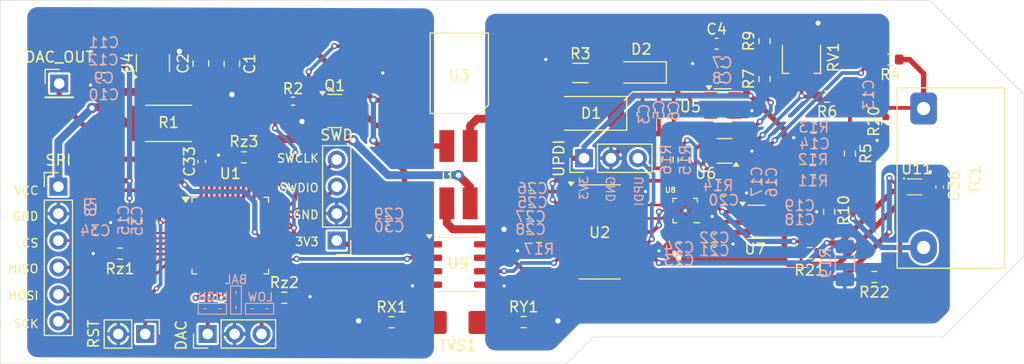
<source format=kicad_pcb>
(kicad_pcb (version 20221018) (generator pcbnew)
  (layers (0 "F.Cu" signal) (31 "B.Cu" signal) (34 "B.Paste" user) (35 "F.Paste" user) (36 "B.SilkS" user "B.Silkscreen") (37 "F.SilkS" user "F.Silkscreen") (38 "B.Mask" user) (39 "F.Mask" user) (44 "Edge.Cuts" user))
  (net 0 "")
  (net 1 "3V3-1")
  (net 2 "GND1")
  (net 3 "Net-(C2-Pad1)")
  (net 4 "Net-(D1-K)")
  (net 5 "GND2")
  (net 6 "3V3-ISO")
  (net 7 "VCC")
  (net 8 "Net-(U6-+)")
  (net 9 "Net-(C13-Pad2)")
  (net 10 "GNDA")
  (net 11 "Net-(U7-OUT)")
  (net 12 "Net-(U1-VCORE)")
  (net 13 "Net-(D1-A)")
  (net 14 "Net-(D2-A)")
  (net 15 "/Output MCU/DAC-High")
  (net 16 "/Output MCU/DAC-Low")
  (net 17 "Net-(Q1-D)")
  (net 18 "Net-(Q1-G)")
  (net 19 "150KHz from U1")
  (net 20 "Net-(R3-Pad1)")
  (net 21 "Net-(TC1-+)")
  (net 22 "Net-(TC1--)")
  (net 23 "Net-(U6--)")
  (net 24 "Net-(R7-Pad1)")
  (net 25 "Net-(R10-Pad2)")
  (net 26 "Net-(R11-Pad2)")
  (net 27 "Net-(U8-CH1)")
  (net 28 "/UPDI")
  (net 29 "Net-(U2-PA5)")
  (net 31 "Net-(TVS1-A1)")
  (net 32 "Net-(TVS1-A2)")
  (net 33 "Net-(U1-PA0)")
  (net 34 "Net-(U1-PA10)")
  (net 35 "Net-(U1-PA12)")
  (net 36 "/Output MCU/CS")
  (net 37 "/Output MCU/MISO")
  (net 38 "/Output MCU/MOSI")
  (net 39 "/Output MCU/SCK")
  (net 40 "/Output MCU/SWDIO")
  (net 41 "/Output MCU/SWCLK")
  (net 42 "ISO-MOSI")
  (net 43 "ISO-MISO")
  (net 44 "Net-(U2-PA4)")
  (net 45 "Net-(U2-PB3)")
  (net 46 "Net-(U2-PB2)")
  (net 47 "SDA")
  (net 48 "SCL")
  (net 49 "Net-(U2-PA1)")
  (net 50 "Net-(U2-PA2)")
  (net 51 "Net-(U2-PA3)")
  (net 52 "Net-(U6-OUT)")
  (net 53 "Net-(J1-Pin_1)")
  (net 54 "Net-(J3-Pin_1)")
  (net 55 "Net-(R9-Pad1)")
  (footprint "Connector_PinHeader_2.54mm:PinHeader_1x03_P2.54mm_Vertical" (layer "F.Cu") (at 126.158 94.903 90)
    (fp_text reference "J6" hide)
    (fp_text value "UPDI")
  )
  (footprint "Capacitor_SMD:C_0402_1005Metric" (layer "F.Cu") (at 138.444 103.634)
    (fp_text reference "C21")
    (fp_text value "1u" hide)
  )
  (footprint "Capacitor_SMD:C_0402_1005Metric" (layer "F.Cu") (at 133.212 90.361 -90)
    (fp_text reference "C5")
    (fp_text value "1u" hide)
  )
  (footprint "custom:TRIM_TC33X-2-203E" (layer "F.Cu") (at 146.65967 85.105 -90)
    (fp_text reference "RV1")
    (fp_text value "Trim-Pot_20k" hide)
  )
  (footprint "Resistor_SMD:R_0603_1608Metric" (layer "F.Cu") (at 94.088 94.819 180)
    (fp_text reference "Rz3")
    (fp_text value "22k" hide)
  )
  (footprint "Connector_PinHeader_2.54mm:PinHeader_1x01_P2.54mm_Vertical" (layer "F.Cu") (at 76.677 87.862)
    (fp_text reference "J1" hide)
    (fp_text value "DAC_OUT")
  )
  (footprint "Capacitor_SMD:C_0402_1005Metric" (layer "F.Cu") (at 80.837 85.662)
    (fp_text reference "C12")
    (fp_text value "10n" hide)
  )
  (footprint "custom:TypeKSocket" (layer "F.Cu") (at 158.174 96.77 90)
    (fp_text reference "TC1")
    (fp_text value "Thermocouple")
  )
  (footprint "Capacitor_SMD:C_0402_1005Metric" (layer "F.Cu") (at 107.532 100.016 180)
    (fp_text reference "C29")
    (fp_text value "1u" hide)
  )
  (footprint "Capacitor_SMD:C_0402_1005Metric" (layer "F.Cu") (at 139.181 87.381)
    (fp_text reference "C8")
    (fp_text value "10n" hide)
  )
  (footprint "Resistor_SMD:R_0603_1608Metric" (layer "F.Cu") (at 147.748 95.062)
    (fp_text reference "R12")
    (fp_text value "1k" hide)
  )
  (footprint "Package_QFP:LQFP-48_7x7mm_P0.5mm" (layer "F.Cu") (at 92.805 102.203)
    (fp_text reference "U1")
    (fp_text value "MSPM0G1507SPTR")
  )
  (footprint "Capacitor_SMD:C_0402_1005Metric" (layer "F.Cu") (at 146.496 99.387)
    (fp_text reference "C19")
    (fp_text value "10n" hide)
  )
  (footprint "Capacitor_SMD:C_0402_1005Metric" (layer "F.Cu") (at 80.888 88.781 180)
    (fp_text reference "C10")
    (fp_text value "10n" hide)
  )
  (footprint "Capacitor_SMD:C_0402_1005Metric" (layer "F.Cu") (at 120.867 100.267 180)
    (fp_text reference "C27")
    (fp_text value "1u" hide)
  )
  (footprint "Capacitor_SMD:C_0402_1005Metric" (layer "F.Cu") (at 147.893 93.539 180)
    (fp_text reference "C14")
    (fp_text value "1u" hide)
  )
  (footprint "Resistor_SMD:R_0603_1608Metric" (layer "F.Cu") (at 134.026 95.026 90)
    (fp_text reference "R16")
    (fp_text value "1M" hide)
  )
  (footprint "Capacitor_SMD:C_0402_1005Metric" (layer "F.Cu") (at 80.888 87.192 180)
    (fp_text reference "C9")
    (fp_text value "1u" hide)
  )
  (footprint "Capacitor_SMD:C_0402_1005Metric" (layer "F.Cu") (at 84.017 100.803 -90)
    (fp_text reference "C35")
    (fp_text value "0u1" hide)
  )
  (footprint "Package_TO_SOT_SMD:SOT-23" (layer "F.Cu") (at 102.656 90.454)
    (fp_text reference "Q1")
    (fp_text value "DMN2310U" hide)
  )
  (footprint "Package_SO:SOIC-14_3.9x8.7mm_P1.27mm" (layer "F.Cu") (at 127.635 101.854)
    (fp_text reference "U2")
    (fp_text value "ATtiny1604-SS")
  )
  (footprint "custom:MCP3565" (layer "F.Cu") (at 135.702 99.837 180)
    (fp_text reference "U8")
    (fp_text value "MCP3565R")
  )
  (footprint "Resistor_SMD:R_0603_1608Metric" (layer "F.Cu") (at 79.61 99.481 -90)
    (fp_text reference "R8")
    (fp_text value "47k" hide)
  )
  (footprint "Resistor_SMD:R_0603_1608Metric" (layer "F.Cu") (at 153.535 106.101 180)
    (fp_text reference "R22")
    (fp_text value "10K" hide)
  )
  (footprint "Package_TO_SOT_SMD:SOT-23-5" (layer "F.Cu") (at 85.514 85.934 90)
    (fp_text reference "U4")
    (fp_text value "AP2112K-3.3" hide)
  )
  (footprint "Resistor_SMD:R_0603_1608Metric" (layer "F.Cu") (at 108.019 110.365)
    (fp_text reference "RX1")
    (fp_text value "1M")
  )
  (footprint "Capacitor_SMD:C_0402_1005Metric" (layer "F.Cu") (at 82.747 100.735 -90)
    (fp_text reference "C15")
    (fp_text value "1u" hide)
  )
  (footprint "Resistor_SMD:R_0603_1608Metric" (layer "F.Cu") (at 147.821 92.007)
    (fp_text reference "R13")
    (fp_text value "1k" hide)
  )
  (footprint "Connector_PinHeader_2.54mm:PinHeader_1x04_P2.54mm_Vertical" (layer "F.Cu") (at 102.839 102.663 180)
    (fp_text reference "J5" hide)
    (fp_text value "SWD")
  )
  (footprint "Connector_PinHeader_2.54mm:PinHeader_1x06_P2.54mm_Vertical" (layer "F.Cu") (at 76.599 97.583)
    (fp_text reference "J2" hide)
    (fp_text value "SPI")
  )
  (footprint "Capacitor_SMD:C_0805_2012Metric_Pad1.18x1.45mm_HandSolder" (layer "F.Cu") (at 90.036 85.973 90)
    (fp_text reference "C2")
    (fp_text value "10u" hide)
  )
  (footprint "Package_TO_SOT_SMD:SOT-23-5" (layer "F.Cu") (at 139.235 89.924)
    (fp_text reference "U5")
    (fp_text value "AP2112K-3.3" hide)
  )
  (footprint "Package_TO_SOT_SMD:SOT-353_SC-70-5" (layer "F.Cu") (at 139.408 94.21 180)
    (fp_text reference "U6")
    (fp_text value "TSZ121" hide)
  )
  (footprint "Resistor_SMD:R_0603_1608Metric" (layer "F.Cu") (at 143.176 87.435 -90)
    (fp_text reference "R7")
    (fp_text value "470k" hide)
  )
  (footprint "Resistor_SMD:R_0603_1608Metric" (layer "F.Cu") (at 149.072 89.093 180)
    (fp_text reference "R6")
    (fp_text value "22k" hide)
  )
  (footprint "Resistor_SMD:R_0402_1005Metric" (layer "F.Cu") (at 98.72 89.522)
    (fp_text reference "R2")
    (fp_text value "470" hide)
  )
  (footprint "custom:STS4X" (layer "F.Cu") (at 157.33 97.605)
    (fp_text reference "U11")
    (fp_text value "STS40-CD1B" hide)
  )
  (footprint "custom:DO-214AA" (layer "F.Cu") (at 114.239 110.386)
    (fp_text reference "TVS1")
    (fp_text value "256V" hide)
  )
  (footprint "Resistor_SMD:R_0603_1608Metric" (layer "F.Cu") (at 151.231 94.457 90)
    (fp_text reference "R5")
    (fp_text value "1k" hide)
  )
  (footprint "Resistor_SMD:R_0603_1608Metric" (layer "F.Cu") (at 149.272 99.948 90)
    (fp_text reference "R10")
    (fp_text value "1k" hide)
  )
  (footprint "Capacitor_SMD:C_0402_1005Metric" (layer "F.Cu") (at 143.829 97.16 -90)
    (fp_text reference "C16")
    (fp_text value "1u" hide)
  )
  (footprint "Resistor_SMD:R_0603_1608Metric" (layer "F.Cu") (at 147.439 103.845)
    (fp_text reference "R21")
    (fp_text value "10K" hide)
  )
  (footprint "Capacitor_SMD:C_0402_1005Metric" (layer "F.Cu") (at 135.114 104.516 180)
    (fp_text reference "C23")
    (fp_text value "1u" hide)
  )
  (footprint "Resistor_SMD:R_1206_3216Metric" (layer "F.Cu") (at 125.819 86.863)
    (fp_text reference "R3")
    (fp_text value "10" hide)
  )
  (footprint "Diode_SMD:D_SOD-123" (layer "F.Cu") (at 131.556 86.816 180)
    (fp_text reference "D2")
    (fp_text value "D_Zener_3v0" hide)
  )
  (footprint "custom:H11L1-4" (layer "F.Cu") (at 114.399 86.889 90)
    (fp_text reference "U3")
    (fp_text value "H11L1" hide)
  )
  (footprint "Capacitor_SMD:C_0402_1005Metric" (layer "F.Cu") (at 139.181 85.919)
    (fp_text reference "C7")
    (fp_text value "1u" hide)
  )
  (footprint "Resistor_SMD:R_0603_1608Metric" (layer "F.Cu") (at 120.465 110.353)
    (fp_text reference "RY1")
    (fp_text value "1M")
  )
  (footprint "Capacitor_SMD:C_0402_1005Metric" (layer "F.Cu") (at 121.045 97.609 180)
    (fp_text reference "C26")
    (fp_text value "10n" hide)
  )
  (footprint "Resistor_SMD:R_0603_1608Metric" (layer "F.Cu") (at 143.176 83.849 -90)
    (fp_text reference "R9")
    (fp_text value "47k" hide)
  )
  (footprint "Resistor_SMD:R_0402_1005Metric" (layer "F.Cu") (at 154.6 91.555 -90)
    (fp_text reference "R20")
    (fp_text value "10M" hide)
  )
  (footprint "Capacitor_SMD:C_0402_1005Metric" (layer "F.Cu") (at 120.867 101.475 180)
    (fp_text reference "C28")
    (fp_text value "10n" hide)
  )
  (footprint "Capacitor_SMD:C_0402_1005Metric" (layer "F.Cu") (at 138.444 102.429)
    (fp_text reference "C22")
    (fp_text value "10n" hide)
  )
  (footprint "Capacitor_SMD:C_0402_1005Metric" (layer "F.Cu") (at 134.609 90.426 -90)
    (fp_text reference "C6")
    (fp_text value "10n" hide)
  )
  (footprint "Connector_PinHeader_2.54mm:PinHeader_1x02_P2.54mm_Vertical" (layer "F.Cu") (at 84.785 111.474 -90)
    (fp_text reference "J3" hide)
    (fp_text value "RST")
  )
  (footprint "Capacitor_SMD:C_0603_1608Metric" (layer "F.Cu") (at 131.673 90.737 -90)
    (fp_text reference "C3")
    (fp_text value "2u2" hide)
  )
  (footprint "Capacitor_SMD:C_0805_2012Metric_Pad1.18x1.45mm_HandSolder" (layer "F.Cu") (at 92.957 86.011 -90)
    (fp_text reference "C1")
    (fp_text value "10u" hide)
  )
  (footprint "Package_SO:SOIC-8_3.9x4.9mm_P1.27mm" (layer "F.Cu") (at 114.277 104.923)
    (fp_text reference "U9")
    (fp_text value "ISO1640BDR" hide)
  )
  (footprint "Capacitor_SMD:C_0402_1005Metric" (layer "F.Cu") (at 107.532 101.224 180)
    (fp_text reference "C30")
    (fp_text value "10n" hide)
  )
  (footprint "Resistor_SMD:R_0603_1608Metric" (layer "F.Cu") (at 138.804 97.438 180)
    (fp_text reference "R14")
    (fp_text value "22k" hide)
  )
  (footprint "Capacitor_SMD:C_0402_1005Metric" (layer "F.Cu") (at 152.973 88.902 -90)
    (fp_text reference "C13")
    (fp_text value "0u1" hide)
  )
  (footprint "Package_TO_SOT_SMD:SOT-23-6" (layer "F.Cu") (at 142.41 100.899)
    (fp_text reference "U7")
    (fp_text value "MCP1501T-20E" hide)
  )
  (footprint "Resistor_SMD:R_0603_1608Metric" (layer "F.Cu") (at 147.748 96.997 180)
    (fp_text reference "R11")
    (fp_text value "1k" hide)
  )
  (footprint "Capacitor_SMD:C_0402_1005Metric" (layer "F.Cu") (at 139.333 98.87)
    (fp_text reference "C20")
    (fp_text value "1u" hide)
  )
  (footprint "Capacitor_SMD:C_0402_1005Metric" (layer "F.Cu") (at 135.114 103.308 180)
    (fp_text reference "C24")
    (fp_text value "10n" hide)
  )
  (footprint "Capacitor_SMD:C_0402_1005Metric" (layer "F.Cu") (at 80.888 84.02)
    (fp_text reference "C11")
    (fp_text value "1u" hide)
  )
  (footprint "Resistor_SMD:R_0603_1608Metric" (layer "F.Cu") (at 121.913 103.377)
    (fp_text reference "R17")
    (fp_text value "22k" hide)
  )
  (footprint "Capacitor_SMD:C_0402_1005Metric" (layer "F.Cu") (at 159.695 97.615 90)
    (fp_text reference "C36")
    (fp_text value "0u1" hide)
  )
  (footprint "Capacitor_SMD:C_0402_1005Metric" (layer "F.Cu") (at 90.113 95.212 90)
    (fp_text reference "C33")
    (fp_text value "0.47u" hide)
  )
  (footprint "custom:0703" (layer "F.Cu") (at 114.3192 96.5032)
    (property "VALUE" "22uH")
    (fp_text reference "L1")
    (fp_text value "SRF0703-6R8M" hide)
  )
  (footprint "Capacitor_SMD:C_0603_1608Metric" (layer "F.Cu") (at 138.658 84.103 180)
    (fp_text reference "C4")
    (fp_text value "2u2" hide)
  )
  (footprint "Resistor_SMD:R_0603_1608Metric" (layer "F.Cu") (at 155.041 85.597 180)
    (fp_text reference "R4")
    (fp_text value "1k" hide)
  )
  (footprint "Capacitor_SMD:C_0402_1005Metric" (layer "F.Cu") (at 80.08 101.754)
    (fp_text reference "C34")
    (fp_text value "10n" hide)
  )
  (footprint "Capacitor_SMD:C_0402_1005Metric" (layer "F.Cu") (at 142.432 97.098 -90)
    (fp_text reference "C17")
    (fp_text value "10n" hide)
  )
  (footprint "Capacitor_SMD:C_0402_1005Metric" (layer "F.Cu") (at 121.045 98.941 180)
    (fp_text reference "C25")
    (fp_text value "1u" hide)
  )
  (footprint "Diode_SMD:D_2010_5025Metric_Pad1.52x2.65mm_HandSolder" (layer "F.Cu") (at 126.828 90.672 180)
    (fp_text reference "D1")
    (fp_text value "D_Schottky" hide)
  )
  (footprint "Resistor_SMD:R_0603_1608Metric" (layer "F.Cu") (at 82.404 103.896 180)
    (fp_text reference "Rz1")
    (fp_text value "22k" hide)
  )
  (footprint "Resistor_SMD:R_0603_1608Metric" (layer "F.Cu") (at 135.55 95.068 -90)
    (fp_text reference "R15")
    (fp_text value "1M" hide)
  )
  (footprint "Capacitor_SMD:C_0402_1005Metric" (layer "F.Cu") (at 146.496 100.592)
    (fp_text reference "C18")
    (fp_text value "1u" hide)
  )
  (footprint "Resistor_SMD:R_2512_6332Metric" (layer "F.Cu") (at 86.988 91.619)
    (fp_text reference "R1")
    (fp_text value "4R7" hide)
  )
  (footprint "Resistor_SMD:R_0603_1608Metric" (layer "F.Cu") (at 97.898 108.057)
    (fp_text reference "Rz2")
    (fp_text value "22k" hide)
  )
  (footprint "Connector_PinHeader_2.54mm:PinHeader_1x03_P2.54mm_Vertical" (layer "F.Cu") (at 90.671 111.473 90)
    (fp_text reference "J4" hide)
    (fp_text value "DAC")
  )
  (footprint "Resistor_SMD:R_1206_3216Metric_Pad1.30x1.75mm_HandSolder" (layer "B.Cu") (at 150.749 104.775 -90)
    (fp_text reference "R19")
    (fp_text value "0R" hide)
  )
  (gr_rect (start 94.234 108.585) (end 96.901 109.601) (stroke (width 0.1)) (fill none) (layer "B.SilkS"))
  (gr_rect (start 92.837 106.934) (end 93.853 109.601) (stroke (width 0.1)) (fill none) (layer "B.SilkS"))
  (gr_line (start 93.345 107.442) (end 93.345 107.696) (stroke (width 0.1)) (layer "B.SilkS"))
  (gr_line (start 96.393 109.093) (end 96.139 109.093) (stroke (width 0.1)) (layer "B.SilkS"))
  (gr_line (start 93.345 109.093) (end 93.345 108.839) (stroke (width 0.1)) (layer "B.SilkS"))
  (gr_rect (start 89.789 108.585) (end 92.456 109.601) (stroke (width 0.1)) (fill none) (layer "B.SilkS"))
  (gr_line (start 94.742 109.093) (end 94.996 109.093) (stroke (width 0.1)) (layer "B.SilkS"))
  (gr_line (start 91.948 109.093) (end 91.694 109.093) (stroke (width 0.1)) (layer "B.SilkS"))
  (gr_line (start 90.297 109.093) (end 90.551 109.093) (stroke (width 0.1)) (layer "B.SilkS"))
  (gr_line (start 167.64 88.9) (end 167.64 104.14) (stroke (width 0.05)) (layer "Edge.Cuts"))
  (gr_line (start 158.75 80.01) (end 167.64 88.9) (stroke (width 0.05)) (layer "Edge.Cuts"))
  (gr_line (start 127 111.76) (end 124.46 114.3) (stroke (width 0.05)) (layer "Edge.Cuts"))
  (gr_line (start 124.46 114.3) (end 71.12 114.3) (stroke (width 0.05)) (layer "Edge.Cuts"))
  (gr_line (start 71.12 114.3) (end 71.12 80.01) (stroke (width 0.05)) (layer "Edge.Cuts"))
  (gr_line (start 167.64 104.14) (end 160.02 111.76) (stroke (width 0.05)) (layer "Edge.Cuts"))
  (gr_line (start 71.12 80.01) (end 158.75 80.01) (stroke (width 0.05)) (layer "Edge.Cuts"))
  (gr_line (start 160.02 111.76) (end 127 111.76) (stroke (width 0.05)) (layer "Edge.Cuts"))
  (gr_text "BAL" (at 93.345 106.807) (layer "B.SilkS") (effects (font (size 0.8 0.8) (thickness 0.125)) (justify bottom mirror)))
  (gr_text "UPDI" (at 131.826 96.52 90) (layer "B.SilkS") (effects (font (size 0.8 0.8) (thickness 0.125)) (justify left bottom mirror)))
  (gr_text "3V3" (at 126.619 96.52 90) (layer "B.SilkS") (effects (font (size 0.8 0.8) (thickness 0.125)) (justify left bottom mirror)))
  (gr_text "LOW" (at 94.361 108.458) (layer "B.SilkS") (effects (font (size 0.8 0.8) (thickness 0.125)) (justify right bottom mirror)))
  (gr_text "GND" (at 129.159 96.52 90) (layer "B.SilkS") (effects (font (size 0.8 0.8) (thickness 0.125)) (justify left bottom mirror)))
  (gr_text "HIGH" (at 89.662 108.458) (layer "B.SilkS") (effects (font (size 0.8 0.8) (thickness 0.125)) (justify right bottom mirror)))
  (gr_text "SCK" (at 74.803 110.998) (layer "F.SilkS") (effects (font (size 0.8 0.8) (thickness 0.125)) (justify right bottom)))
  (gr_text "SWDIO" (at 101.219 98.171) (layer "F.SilkS") (effects (font (size 0.8 0.8) (thickness 0.125)) (justify right bottom)))
  (gr_text "MOSI" (at 74.803 108.331) (layer "F.SilkS") (effects (font (size 0.8 0.8) (thickness 0.125)) (justify right bottom)))
  (gr_text "MISO" (at 74.803 105.791) (layer "F.SilkS") (effects (font (size 0.8 0.8) (thickness 0.125)) (justify right bottom)))
  (gr_text "GND" (at 74.803 100.838) (layer "F.SilkS") (effects (font (size 0.8 0.8) (thickness 0.125)) (justify right bottom)))
  (gr_text "VCC" (at 74.803 98.425) (layer "F.SilkS") (effects (font (size 0.8 0.8) (thickness 0.125)) (justify right bottom)))
  (gr_text "SWCLK" (at 101.219 95.377) (layer "F.SilkS") (effects (font (size 0.8 0.8) (thickness 0.125)) (justify right bottom)))
  (gr_text "CS" (at 74.803 103.378) (layer "F.SilkS") (effects (font (size 0.8 0.8) (thickness 0.125)) (justify right bottom)))
  (gr_text "GND" (at 101.219 100.711) (layer "F.SilkS") (effects (font (size 0.8 0.8) (thickness 0.125)) (justify right bottom)))
  (gr_text "3V3" (at 101.219 103.251) (layer "F.SilkS") (effects (font (size 0.8 0.8) (thickness 0.125)) (justify right bottom)))
  (segment (start 83.185 83.185) (end 82.423 83.947) (width 0.5) (layer "F.Cu") (net 1))
  (segment (start 92.957 84.9735) (end 92.957 83.192) (width 0.5) (layer "F.Cu") (net 1))
  (segment (start 83.312 97.028) (end 80.645 97.028) (width 0.5) (layer "F.Cu") (net 1))
  (segment (start 103.194 103.018) (end 102.839 102.663) (width 0.5) (layer "F.Cu") (net 1))
  (segment (start 83.058 86.487) (end 82.36 85.789) (width 0.35) (layer "F.Cu") (net 1))
  (segment (start 109.22 100.076) (end 109.22 99.187) (width 0.5) (layer "F.Cu") (net 1))
  (segment (start 83.312 99.441) (end 82.817 99.441) (width 0.2) (layer "F.Cu") (net 1))
  (segment (start 82.747 99.511) (end 82.747 100.255) (width 0.2) (layer "F.Cu") (net 1))
  (segment (start 102.235 86.233) (end 99.187 83.185) (width 0.5) (layer "F.Cu") (net 1))
  (segment (start 79.61 98.063) (end 79.61 98.656) (width 0.5) (layer "F.Cu") (net 1))
  (segment (start 88.6425 101.953) (end 85.443 101.953) (width 0.2) (layer "F.Cu") (net 1))
  (segment (start 84.582 99.441) (end 83.947 99.441) (width 0.2) (layer "F.Cu") (net 1))
  (segment (start 80.645 97.028) (end 79.61 98.063) (width 0.5) (layer "F.Cu") (net 1))
  (segment (start 83.312 98.679) (end 83.312 98.806) (width 0.2) (layer "F.Cu") (net 1))
  (segment (start 109.22 101.219) (end 109.22 100.076) (width 0.5) (layer "F.Cu") (net 1))
  (segment (start 109.22 103.018) (end 109.22 101.219) (width 0.5) (layer "F.Cu") (net 1))
  (segment (start 85.443 101.953) (end 84.836 101.346) (width 0.2) (layer "F.Cu") (net 1))
  (segment (start 84.017 100.323) (end 84.017 99.511) (width 0.2) (layer "F.Cu") (net 1))
  (segment (start 92.957 83.192) (end 92.964 83.185) (width 0.5) (layer "F.Cu") (net 1))
  (segment (start 111.802 103.018) (end 109.22 103.018) (width 0.5) (layer "F.Cu") (net 1))
  (segment (start 82.817 99.441) (end 82.747 99.511) (width 0.2) (layer "F.Cu") (net 1))
  (segment (start 109.22 96.139) (end 106.299 93.218) (width 0.5) (layer "F.Cu") (net 1))
  (segment (start 109.22 99.187) (end 109.22 96.139) (width 0.5) (layer "F.Cu") (net 1))
  (segment (start 109.22 103.018) (end 103.194 103.018) (width 0.5) (layer "F.Cu") (net 1))
  (segment (start 106.299 89.408) (end 103.124 86.233) (width 0.5) (layer "F.Cu") (net 1))
  (segment (start 83.947 99.441) (end 83.312 99.441) (width 0.2) (layer "F.Cu") (net 1))
  (segment (start 99.187 83.185) (end 83.185 83.185) (width 0.5) (layer "F.Cu") (net 1))
  (segment (start 82.36 85.662) (end 81.317 85.662) (width 0.35) (layer "F.Cu") (net 1))
  (segment (start 84.564 84.7965) (end 84.564 83.203) (width 0.5) (layer "F.Cu") (net 1))
  (segment (start 83.312 99.441) (end 83.312 98.679) (width 0.2) (layer "F.Cu") (net 1))
  (segment (start 109.16 100.016) (end 109.22 100.076) (width 0.35) (layer "F.Cu") (net 1))
  (segment (start 82.423 83.947) (end 82.423 84.582) (width 0.5) (layer "F.Cu") (net 1))
  (segment (start 106.32 89.429) (end 106.299 89.408) (width 0.5) (layer "F.Cu") (net 1))
  (segment (start 109.649 89.429) (end 106.32 89.429) (width 0.5) (layer "F.Cu") (net 1))
  (segment (start 81.368 84.02) (end 82.242 84.02) (width 0.35) (layer "F.Cu") (net 1))
  (segment (start 83.058 86.487) (end 82.423 85.852) (width 0.5) (layer "F.Cu") (net 1))
  (segment (start 84.017 99.511) (end 83.947 99.441) (width 0.2) (layer "F.Cu") (net 1))
  (segment (start 84.836 101.346) (end 84.836 99.695) (width 0.2) (layer "F.Cu") (net 1))
  (segment (start 82.423 85.852) (end 82.423 84.582) (width 0.5) (layer "F.Cu") (net 1))
  (segment (start 109.215 101.224) (end 109.22 101.219) (width 0.35) (layer "F.Cu") (net 1))
  (segment (start 103.124 86.233) (end 102.235 86.233) (width 0.5) (layer "F.Cu") (net 1))
  (segment (start 84.836 99.695) (end 84.582 99.441) (width 0.2) (layer "F.Cu") (net 1))
  (segment (start 108.012 100.016) (end 109.16 100.016) (width 0.35) (layer "F.Cu") (net 1))
  (segment (start 108.012 101.224) (end 109.215 101.224) (width 0.35) (layer "F.Cu") (net 1))
  (via (at 83.312 97.028) (size 0.6) (drill 0.3) (layers "F.Cu" "B.Cu") (net 1))
  (via (at 106.299 93.218) (size 0.8) (drill 0.4) (layers "F.Cu" "B.Cu") (net 1))
  (via (at 106.299 89.408) (size 0.8) (drill 0.4) (layers "F.Cu" "B.Cu") (net 1))
  (via (at 83.058 86.487) (size 0.6) (drill 0.3) (layers "F.Cu" "B.Cu") (net 1))
  (via (at 83.312 98.679) (size 0.6) (drill 0.3) (layers "F.Cu" "B.Cu") (net 1))
  (segment (start 83.058 86.487) (end 83.312 86.741) (width 0.5) (layer "B.Cu") (net 1))
  (segment (start 106.299 89.408) (end 106.299 93.218) (width 0.5) (layer "B.Cu") (net 1))
  (segment (start 83.312 98.679) (end 83.312 97.028) (width 0.5) (layer "B.Cu") (net 1))
  (segment (start 83.312 86.741) (end 83.312 97.028) (width 0.5) (layer "B.Cu") (net 1))
  (segment (start 90.113 94.291) (end 90.424 93.98) (width 0.25) (layer "F.Cu") (net 2))
  (segment (start 90.424 93.98) (end 91.059 93.98) (width 0.25) (layer "F.Cu") (net 2))
  (segment (start 90.113 94.732) (end 90.113 94.291) (width 0.25) (layer "F.Cu") (net 2))
  (segment (start 99.604 91.404) (end 101.7185 91.404) (width 0.35) (layer "F.Cu") (net 2))
  (segment (start 79.629 84.836) (end 79.629 84.328) (width 0.35) (layer "F.Cu") (net 2))
  (segment (start 79.629 88.011) (end 79.629 88.392) (width 0.35) (layer "F.Cu") (net 2))
  (segment (start 105.076 100.123) (end 106.177 101.224) (width 0.35) (layer "F.Cu") (net 2))
  (segment (start 79.883 103.886) (end 79.893 103.896) (width 0.35) (layer "F.Cu") (net 2))
  (segment (start 109.649 86.889) (end 107.188 86.868) (width 0.5) (layer "F.Cu") (net 2))
  (segment (start 98.723 108.057) (end 100.223 108.057) (width 0.35) (layer "F.Cu") (net 2))
  (segment (start 84.836 101.981) (end 84.074 101.981) (width 0.2) (layer "F.Cu") (net 2))
  (segment (start 80.018 88.781) (end 80.408 88.781) (width 0.35) (layer "F.Cu") (net 2))
  (segment (start 81.579 103.896) (end 79.883 103.886) (width 0.35) (layer "F.Cu") (net 2))
  (segment (start 82.747 101.797) (end 82.747 101.215) (width 0.2) (layer "F.Cu") (net 2))
  (segment (start 102.839 100.123) (end 105.076 100.123) (width 0.35) (layer "F.Cu") (net 2))
  (segment (start 99.604 91.404) (end 100.112 91.404) (width 0.35) (layer "F.Cu") (net 2))
  (segment (start 79.629 88.011) (end 79.629 87.5665) (width 0.35) (layer "F.Cu") (net 2))
  (segment (start 85.514 85.7465) (end 86.464 84.7965) (width 0.5) (layer "F.Cu") (net 2))
  (segment (start 79.937 84.02) (end 80.408 84.02) (width 0.35) (layer "F.Cu") (net 2))
  (segment (start 86.5035 84.836) (end 86.464 84.7965) (width 0.5) (layer "F.Cu") (net 2))
  (segment (start 82.931 101.981) (end 82.704 101.754) (width 0.2) (layer "F.Cu") (net 2))
  (segment (start 93.211 111.245) (end 93.211 111.473) (width 0.25) (layer "F.Cu") (net 2))
  (segment (start 85.514 87.0715) (end 85.514 85.7465) (width 0.5) (layer "F.Cu") (net 2))
  (segment (start 105.183 100.016) (end 105.076 100.123) (width 0.35) (layer "F.Cu") (net 2))
  (segment (start 91.898 94.819) (end 91.694 94.615) (width 0.35) (layer "F.Cu") (net 2))
  (segment (start 91.059 93.98) (end 91.694 94.615) (width 0.25) (layer "F.Cu") (net 2))
  (segment (start 82.931 101.981) (end 82.747 101.797) (width 0.2) (layer "F.Cu") (net 2))
  (segment (start 84.017 101.924) (end 84.074 101.981) (width 0.2) (layer "F.Cu") (net 2))
  (segment (start 79.629 87.5665) (end 80.0035 87.192) (width 0.35) (layer "F.Cu") (net 2))
  (segment (start 92.957 87.0485) (end 92.957 88.893) (width 0.5) (layer "F.Cu") (net 2))
  (segment (start 81.661 101.092) (end 81.661 101.754) (width 0.2) (layer "F.Cu") (net 2))
  (segment (start 82.704 101.754) (end 81.661 101.754) (width 0.2) (layer "F.Cu") (net 2))
  (segment (start 84.074 101.981) (end 82.931 101.981) (width 0.2) (layer "F.Cu") (net 2))
  (segment (start 106.177 101.224) (end 107.052 101.224) (width 0.35) (layer "F.Cu") (net 2))
  (segment (start 88.011 84.836) (end 86.5035 84.836) (width 0.5) (layer "F.Cu") (net 2))
  (segment (start 90.036 84.9355) (end 88.1105 84.9355) (width 0.75) (layer "F.Cu") (net 2))
  (segment (start 79.629 84.328) (end 79.937 84.02) (width 0.35) (layer "F.Cu") (net 2))
  (segment (start 111.802 106.828) (end 110.088 106.828) (width 0.35) (layer "F.Cu") (net 2))
  (segment (start 81.661 101.754) (end 80.56 101.754) (width 0.2) (layer "F.Cu") (net 2))
  (segment (start 80.0035 87.192) (end 80.408 87.192) (width 0.35) (layer "F.Cu") (net 2))
  (segment (start 93.263 94.819) (end 91.898 94.819) (width 0.35) (layer "F.Cu") (net 2))
  (segment (start 88.6425 102.453) (end 85.308 102.453) (width 0.2) (layer "F.Cu") (net 2))
  (segment (start 88.1105 84.9355) (end 88.011 84.836) (width 0.75) (layer "F.Cu") (net 2))
  (segment (start 84.017 101.283) (end 84.017 101.924) (width 0.2) (layer "F.Cu") (net 2))
  (segment (start 79.947 85.662) (end 80.357 85.662) (width 0.35) (layer "F.Cu") (net 2))
  (segment (start 79.629 88.392) (end 80.018 88.781) (width 0.35) (layer "F.Cu") (net 2))
  (segment (start 85.308 102.453) (end 84.836 101.981) (width 0.2) (layer "F.Cu") (net 2))
  (segment (start 107.052 100.016) (end 105.183 100.016) (width 0.35) (layer "F.Cu") (net 2))
  (segment (start 99.568 91.44) (end 99.604 91.404) (width 0.35) (layer "F.Cu") (net 2))
  (segment (start 110.088 106.828) (end 109.982 106.934) (width 0.35) (layer "F.Cu") (net 2))
  (segment (start 106.469 110.365) (end 105.031 110.365) (width 0.75) (layer "F.Cu") (net 2))
  (segment (start 105.031 110.365) (end 104.902 110.236) (width 0.75) (layer "F.Cu") (net 2))
  (segment (start 81.534 100.965) (end 81.661 101.092) (width 0.2) (layer "F.Cu") (net 2))
  (segment (start 79.629 85.344) (end 79.947 85.662) (width 0.35) (layer "F.Cu") (net 2))
  (segment (start 100.223 108.057) (end 100.33 107.95) (width 0.35) (layer "F.Cu") (net 2))
  (segment (start 79.629 84.836) (end 79.629 85.344) (width 0.35) (layer "F.Cu") (net 2))
  (segment (start 92.957 88.893) (end 92.964 88.9) (width 0.5) (layer "F.Cu") (net 2))
  (via (at 81.534 100.965) (size 0.6) (drill 0.3) (layers "F.Cu" "B.Cu") (net 2))
  (via (at 92.964 88.9) (size 1) (drill 0.5) (layers "F.Cu" "B.Cu") (net 2))
  (via (at 104.902 110.236) (size 1) (drill 0.5) (layers "F.Cu" "B.Cu") (net 2))
  (via (at 79.629 84.836) (size 0.6) (drill 0.3) (layers "F.Cu" "B.Cu") (net 2))
  (via (at 109.982 106.934) (size 0.6) (drill 0.3) (layers "F.Cu" "B.Cu") (net 2))
  (via (at 79.629 88.011) (size 0.6) (drill 0.3) (layers "F.Cu" "B.Cu") (net 2))
  (via (at 91.694 94.615) (size 0.6) (drill 0.3) (layers "F.Cu" "B.Cu") (net 2))
  (via (at 79.883 103.886) (size 0.6) (drill 0.3) (layers "F.Cu" "B.Cu") (net 2))
  (via (at 88.011 84.836) (size 1) (drill 0.5) (layers "F.Cu" "B.Cu") (net 2))
  (via (at 107.188 86.868) (size 0.6) (drill 0.3) (layers "F.Cu" "B.Cu") (net 2))
  (via (at 100.33 107.95) (size 0.6) (drill 0.3) (layers "F.Cu" "B.Cu") (net 2))
  (via (at 99.568 91.44) (size 1) (drill 0.5) (layers "F.Cu" "B.Cu") (net 2))
  (segment (start 93.1295 93.1065) (end 91.642 91.619) (width 0.75) (layer "F.Cu") (net 3))
  (segment (start 115.4192 97.8572) (end 115.4192 99.4072) (width 0.75) (layer "F.Cu") (net 3))
  (segment (start 104.2825 93.1065) (end 93.1295 93.1065) (width 0.75) (layer "F.Cu") (net 3))
  (segment (start 90.036 87.0105) (end 90.036 91.5335) (width 0.75) (layer "F.Cu") (net 3))
  (segment (start 90.036 91.5335) (end 89.9505 91.619) (width 0.75) (layer "F.Cu") (net 3))
  (segment (start 91.642 91.619) (end 89.9505 91.619) (width 0.75) (layer "F.Cu") (net 3))
  (segment (start 104.394 93.218) (end 104.2825 93.1065) (width 0.75) (layer "F.Cu") (net 3))
  (segment (start 114.3192 96.5032) (end 115.4192 97.6032) (width 0.75) (layer "F.Cu") (net 3))
  (via (at 114.3192 96.5032) (size 1) (drill 0.5) (layers "F.Cu" "B.Cu") (net 3))
  (via (at 104.394 93.218) (size 1) (drill 0.5) (layers "F.Cu" "B.Cu") (net 3))
  (segment (start 107.9332 96.5032) (end 107.6792 96.5032) (width 0.75) (layer "B.Cu") (net 3))
  (segment (start 107.6792 96.5032) (end 104.394 93.218) (width 0.75) (layer "B.Cu") (net 3))
  (segment (start 114.3192 96.5032) (end 107.9332 96.5032) (width 0.75) (layer "B.Cu") (net 3))
  (segment (start 131.699 88.974) (end 130.8635 88.974) (width 0.5) (layer "F.Cu") (net 4))
  (segment (start 134.187 86.816) (end 135.001 87.63) (width 0.5) (layer "F.Cu") (net 4))
  (segment (start 134.609 88.985) (end 134.62 88.974) (width 0.35) (layer "F.Cu") (net 4))
  (segment (start 138.0975 88.974) (end 136.017 88.974) (width 0.5) (layer "F.Cu") (net 4))
  (segment (start 131.673 89.962) (end 131.673 89) (width 0.35) (layer "F.Cu") (net 4))
  (segment (start 136.144 89.101) (end 136.017 88.974) (width 0.35) (layer "F.Cu") (net 4))
  (segment (start 136.144 90.297) (end 136.144 89.101) (width 0.35) (layer "F.Cu") (net 4))
  (segment (start 136.017 88.974) (end 135.001 88.974) (width 0.5) (layer "F.Cu") (net 4))
  (segment (start 130.8635 88.974) (end 129.1655 90.672) (width 0.5) (layer "F.Cu") (net 4))
  (segment (start 136.721 90.874) (end 136.144 90.297) (width 0.35) (layer "F.Cu") (net 4))
  (segment (start 135.001 87.63) (end 135.001 88.974) (width 0.5) (layer "F.Cu") (net 4))
  (segment (start 133.223 88.974) (end 132.207 88.974) (width 0.5) (layer "F.Cu") (net 4))
  (segment (start 133.212 89.881) (end 133.212 88.985) (width 0.35) (layer "F.Cu") (net 4))
  (segment (start 133.206 86.816) (end 134.187 86.816) (width 0.5) (layer "F.Cu") (net 4))
  (segment (start 131.673 89) (end 131.699 88.974) (width 0.35) (layer "F.Cu") (net 4))
  (segment (start 133.593 88.985) (end 133.604 88.974) (width 0.35) (layer "F.Cu") (net 4))
  (segment (start 133.604 88.974) (end 133.223 88.974) (width 0.5) (layer "F.Cu") (net 4))
  (segment (start 134.609 89.946) (end 134.609 88.985) (width 0.35) (layer "F.Cu") (net 4))
  (segment (start 135.001 88.974) (end 134.366 88.974) (width 0.5) (layer "F.Cu") (net 4))
  (segment (start 134.366 88.974) (end 133.604 88.974) (width 0.5) (layer "F.Cu") (net 4))
  (segment (start 133.212 88.985) (end 133.223 88.974) (width 0.35) (layer "F.Cu") (net 4))
  (segment (start 138.0975 90.874) (end 136.721 90.874) (width 0.35) (layer "F.Cu") (net 4))
  (segment (start 132.207 88.974) (end 131.699 88.974) (width 0.5) (layer "F.Cu") (net 4))
  (segment (start 158.8 97.03) (end 158.9 97.13) (width 0.35) (layer "F.Cu") (net 5))
  (segment (start 120.387 100.267) (end 119.189 100.267) (width 0.35) (layer "F.Cu") (net 5))
  (segment (start 118.743 101.475) (end 118.618 101.6) (width 0.35) (layer "F.Cu") (net 5))
  (segment (start 136.779 84.201) (end 136.398 84.582) (width 0.5) (layer "F.Cu") (net 5))
  (segment (start 133.212 90.841) (end 133.212 91.832) (width 0.35) (layer "F.Cu") (net 5))
  (segment (start 158.825 97.205) (end 158.9 97.13) (width 0.25) (layer "F.Cu") (net 5))
  (segment (start 123.327 110.353) (end 123.444 110.236) (width 0.75) (layer "F.Cu") (net 5))
  (segment (start 120.565 98.941) (end 119.245 98.941) (width 0.35) (layer "F.Cu") (net 5))
  (segment (start 133.223 91.843) (end 133.223 92.583) (width 0.35) (layer "F.Cu") (net 5))
  (segment (start 134.609 90.906) (end 134.609 91.578) (width 0.35) (layer "F.Cu") (net 5))
  (segment (start 134.107 104.516) (end 134.634 104.516) (width 0.3) (layer "F.Cu") (net 5))
  (segment (start 119.561 97.609) (end 119.126 98.044) (width 0.35) (layer "F.Cu") (net 5))
  (segment (start 119.126 100.33) (end 119.126 101.092) (width 0.35) (layer "F.Cu") (net 5))
  (segment (start 120.143 103.377) (end 119.888 103.632) (width 0.35) (layer "F.Cu") (net 5))
  (segment (start 136.458 85.919) (end 136.398 85.979) (width 0.3) (layer "F.Cu") (net 5))
  (segment (start 119.245 98.941) (end 119.126 99.06) (width 0.35) (layer "F.Cu") (net 5))
  (segment (start 129.602 98.044) (end 131.953 98.044) (width 0.35) (layer "F.Cu") (net 5))
  (segment (start 134.609 91.578) (end 133.731 92.456) (width 0.35) (layer "F.Cu") (net 5))
  (segment (start 134.026 92.878) (end 133.731 92.583) (width 0.35) (layer "F.Cu") (net 5))
  (segment (start 131.673 91.512) (end 131.673 92.482) (width 0.35) (layer "F.Cu") (net 5))
  (segment (start 121.088 103.377) (end 120.143 103.377) (width 0.35) (layer "F.Cu") (net 5))
  (segment (start 119.126 99.06) (end 119.126 100.33) (width 0.35) (layer "F.Cu") (net 5))
  (segment (start 122.015 110.353) (end 123.327 110.353) (width 0.75) (layer "F.Cu") (net 5))
  (segment (start 133.731 92.456) (end 133.731 92.583) (width 0.35) (layer "F.Cu") (net 5))
  (segment (start 133.223 103.632) (end 134.107 104.516) (width 0.3) (layer "F.Cu") (net 5))
  (segment (start 141.536 90.874) (end 141.986 90.424) (width 0.5) (layer "F.Cu") (net 5))
  (segment (start 113.792 101.6) (end 118.618 101.6) (width 0.75) (layer "F.Cu") (net 5))
  (segment (start 118.512 106.828) (end 118.618 106.934) (width 0.35) (layer "F.Cu") (net 5))
  (segment (start 138.701 85.919) (end 136.458 85.919) (width 0.3) (layer "F.Cu") (net 5))
  (segment (start 122.555 85.598) (end 121.264 86.889) (width 0.5) (layer "F.Cu") (net 5))
  (segment (start 133.223 92.583) (end 133.731 92.583) (width 0.5) (layer "F.Cu") (net 5))
  (segment (start 136.877 84.103) (end 136.779 84.201) (width 0.5) (layer "F.Cu") (net 5))
  (segment (start 136.398 84.582) (end 136.398 85.979) (width 0.5) (layer "F.Cu") (net 5))
  (segment (start 113.2192 99.1532) (end 113.2192 101.0272) (width 0.75) (layer "F.Cu") (net 5))
  (segment (start 119.126 101.092) (end 118.618 101.6) (width 0.35) (layer "F.Cu") (net 5))
  (segment (start 135.302 101.807) (end 135.302 100.937) (width 0.2) (layer "F.Cu") (net 5))
  (segment (start 138.692 89.924) (end 139.642 90.874) (width 0.5) (layer "F.Cu") (net 5))
  (segment (start 119.126 98.044) (end 119.126 99.06) (width 0.35) (layer "F.Cu") (net 5))
  (segment (start 131.018 92.583) (end 131.572 92.583) (width 0.5) (layer "F.Cu") (net 5))
  (segment (start 138.701 87.381) (end 136.784 87.381) (width 0.3) (layer "F.Cu") (net 5))
  (segment (start 113.2192 101.0272) (end 113.792 101.6) (width 0.75) (layer "F.Cu") (net 5))
  (segment (start 136.784 87.381) (end 136.398 86.995) (width 0.5) (layer "F.Cu") (net 5))
  (segment (start 120.387 101.475) (end 118.743 101.475) (width 0.35) (layer "F.Cu") (net 5))
  (segment (start 131.572 92.583) (end 133.223 92.583) (width 0.5) (layer "F.Cu") (net 5))
  (segment (start 116.752 106.828) (end 118.512 106.828) (width 0.35) (layer "F.Cu") (net 5))
  (segment (start 140.3725 90.874) (end 141.536 90.874) (width 0.5) (layer "F.Cu") (net 5))
  (segment (start 134.366 102.616) (end 134.493 102.616) (width 0.3) (layer "F.Cu") (net 5))
  (segment (start 137.883 84.103) (end 136.877 84.103) (width 0.5) (layer "F.Cu") (net 5))
  (segment (start 121.264 86.889) (end 119.149 86.889) (width 0.5) (layer "F.Cu") (net 5))
  (segment (start 135.128 101.981) (end 135.302 101.807) (width 0.2) (layer "F.Cu") (net 5))
  (segment (start 136.398 85.979) (end 136.398 86.995) (width 0.5) (layer "F.Cu") (net 5))
  (segment (start 138.0975 89.924) (end 138.692 89.924) (width 0.5) (layer "F.Cu") (net 5))
  (segment (start 158.8 96.18) (end 158.8 97.03) (width 0.35) (layer "F.Cu") (net 5))
  (segment (start 120.565 97.609) (end 119.561 97.609) (width 0.35) (layer "F.Cu") (net 5))
  (segment (start 134.493 102.616) (end 135.128 101.981) (width 0.3) (layer "F.Cu") (net 5))
  (segment (start 139.642 90.874) (end 140.3725 90.874) (width 0.5) (layer "F.Cu") (net 5))
  (segment (start 122.555 85.598) (end 121.306 84.349) (width 0.5) (layer "F.Cu") (net 5))
  (segment (start 158.03 97.205) (end 158.825 97.205) (width 0.25) (layer "F.Cu") (net 5))
  (segment (start 158.9 97.13) (end 158.905 97.135) (width 0.25) (layer "F.Cu") (net 5))
  (segment (start 158.905 97.135) (end 159.695 97.135) (width 0.25) (layer "F.Cu") (net 5))
  (segment (start 128.698 94.903) (end 131.018 92.583) (width 0.5) (layer "F.Cu") (net 5))
  (segment (start 121.306 84.349) (end 119.149 84.349) (width 0.5) (layer "F.Cu") (net 5))
  (segment (start 133.212 91.832) (end 133.223 91.843) (width 0.35) (layer "F.Cu") (net 5))
  (segment (start 134.026 94.201) (end 134.026 92.878) (width 0.35) (layer "F.Cu") (net 5))
  (segment (start 131.673 92.482) (end 131.572 92.583) (width 0.35) (layer "F.Cu") (net 5))
  (segment (start 119.189 100.267) (end 119.126 100.33) (width 0.35) (layer "F.Cu") (net 5))
  (via (at 141.986 90.424) (size 0.6) (drill 0.3) (layers "F.Cu" "B.Cu") (net 5))
  (via (at 122.555 85.598) (size 0.6) (drill 0.3) (layers "F.Cu" "B.Cu") (net 5))
  (via (at 118.618 106.934) (size 0.6) (drill 0.3) (layers "F.Cu" "B.Cu") (net 5))
  (via (at 158.8 96.18) (size 0.6) (drill 0.3) (layers "F.Cu" "B.Cu") (net 5))
  (via (at 119.888 103.632) (size 0.6) (drill 0.3) (layers "F.Cu" "B.Cu") (net 5))
  (via (at 136.398 85.979) (size 0.6) (drill 0.3) (layers "F.Cu" "B.Cu") (net 5))
  (via (at 133.223 103.632) (size 0.6) (drill 0.3) (layers "F.Cu" "B.Cu") (net 5))
  (via (at 123.698 110.236) (size 1) (drill 0.5) (layers "F.Cu" "B.Cu") (net 5))
  (via (at 118.618 101.6) (size 1) (drill 0.5) (layers "F.Cu" "B.Cu") (net 5))
  (via (at 131.953 98.044) (size 0.6) (drill 0.3) (layers "F.Cu" "B.Cu") (net 5))
  (segment (start 121.347 101.475) (end 122.303 101.475) (width 0.35) (layer "F.Cu") (net 6))
  (segment (start 135.55 94.243) (end 135.55 93.558) (width 0.35) (layer "F.Cu") (net 6))
  (segment (start 158.96 99.11) (end 158.96 98.095) (width 0.35) (layer "F.Cu") (net 6))
  (segment (start 143.764 95.885) (end 142.367 95.885) (width 0.3) (layer "F.Cu") (net 6))
  (segment (start 146.558 104.902) (end 150.098 104.902) (width 0.5) (layer "F.Cu") (net 6))
  (segment (start 126.158 94.903) (end 124.172 94.903) (width 0.5) (layer "F.Cu") (net 6))
  (segment (start 122.682 98.044) (end 125.16 98.044) (width 0.35) (layer "F.Cu") (net 6))
  (segment (start 122.174 102.362) (end 122.428 102.108) (width 0.35) (layer "F.Cu") (net 6))
  (segment (start 141.097 88.265) (end 141.097 87.503) (width 0.5) (layer "F.Cu") (net 6))
  (segment (start 145.088 99.387) (end 145.034 99.441) (width 0.3) (layer "F.Cu") (net 6))
  (segment (start 146.614 104.846) (end 146.558 104.902) (width 0.25) (layer "F.Cu") (net 6))
  (segment (start 116.752 103.018) (end 119.486 103.018) (width 0.35) (layer "F.Cu") (net 6))
  (segment (start 145.169 100.592) (end 145.034 100.457) (width 0.3) (layer "F.Cu") (net 6))
  (segment (start 145.034 95.885) (end 143.764 95.885) (width 0.3) (layer "F.Cu") (net 6))
  (segment (start 140.975 87.381) (end 141.097 87.503) (width 0.3) (layer "F.Cu") (net 6))
  (segment (start 121.525 98.941) (end 122.293 98.941) (width 0.35) (layer "F.Cu") (net 6))
  (segment (start 136.846 103.634) (end 136.846 102.429) (width 0.3) (layer "F.Cu") (net 6))
  (segment (start 136.266 104.516) (end 136.271 104.521) (width 0.35) (layer "F.Cu") (net 6))
  (segment (start 158.96 98.095) (end 159.695 98.095) (width 0.25) (layer "F.Cu") (net 6))
  (segment (start 146.016 100.592) (end 145.169 100.592) (width 0.3) (layer "F.Cu") (net 6))
  (segment (start 121.525 97.609) (end 122.247 97.609) (width 0.35) (layer "F.Cu") (net 6))
  (segment (start 143.829 96.68) (end 143.829 95.95) (width 0.35) (layer "F.Cu") (net 6))
  (segment (start 140.237 84.103) (end 139.433 84.103) (width 0.5) (layer "F.Cu") (net 6))
  (segment (start 137.964 102.429) (end 136.846 102.429) (width 0.3) (layer "F.Cu") (net 6))
  (segment (start 142.432 96.618) (end 142.432 95.95) (width 0.35) (layer "F.Cu") (net 6))
  (segment (start 135.702 102.301) (end 135.702 102.235) (width 0.3) (layer "F.Cu") (net 6))
  (segment (start 155.956 105.664) (end 155.956 99.176) (width 0.35) (layer "F.Cu") (net 6))
  (segment (start 142.432 95.95) (end 142.367 95.885) (width 0.35) (layer "F.Cu") (net 6))
  (segment (start 145.034 99.949) (end 143.5475 99.949) (width 0.35) (layer "F.Cu") (net 6))
  (segment (start 139.661 87.381) (end 140.975 87.381) (width 0.3) (layer "F.Cu") (net 6))
  (segment (start 135.702 100.937) (end 135.702 102.235) (width 0.2) (layer "F.Cu") (net 6))
  (segment (start 122.428 96.647) (end 122.428 102.108) (width 0.5) (layer "F.Cu") (net 6))
  (segment (start 150.098 104.902) (end 155.89 99.11) (width 0.5) (layer "F.Cu") (net 6))
  (segment (start 135.594 104.516) (end 136.266 104.516) (width 0.3) (layer "F.Cu") (net 6))
  (segment (start 141.806 88.974) (end 140.3725 88.974) (width 0.5) (layer "F.Cu") (net 6))
  (segment (start 136.102 100.937) (end 136.102 101.685) (width 0.2) (layer "F.Cu") (net 6))
  (segment (start 140.91 85.919) (end 141.097 86.106) (width 0.3) (layer "F.Cu") (net 6))
  (segment (start 136.846 103.634) (end 136.846 104.461) (width 0.3) (layer "F.Cu") (net 6))
  (segment (start 120.142 102.362) (end 122.174 102.362) (width 0.35) (layer "F.Cu") (net 6))
  (segment (start 145.034 100.457) (end 145.034 99.441) (width 0.5) (layer "F.Cu") (net 6))
  (segment (start 137.804 94.86) (end 138.458 94.86) (width 0.3) (layer "F.Cu") (net 6))
  (segment (start 145.415 104.902) (end 146.558 104.902) (width 0.5) (layer "F.Cu") (net 6))
  (segment (start 137.541 95.885) (end 142.367 95.885) (width 0.3) (layer "F.Cu") (net 6))
  (segment (start 141.097 87.503) (end 141.097 86.106) (width 0.5) (layer "F.Cu") (net 6))
  (segment (start 121.347 100.267) (end 122.365 100.267) (width 0.35) (layer "F.Cu") (net 6))
  (segment (start 137.414 95.758) (end 137.541 95.885) (width 0.3) (layer "F.Cu") (net 6))
  (segment (start 137.964 103.634) (end 136.846 103.634) (width 0.3) (layer "F.Cu") (net 6))
  (segment (start 141.806 88.974) (end 141.097 88.265) (width 0.5) (layer "F.Cu") (net 6))
  (segment (start 145.034 104.521) (end 145.415 104.902) (width 0.5) (layer "F.Cu") (net 6))
  (segment (start 146.016 99.387) (end 145.088 99.387) (width 0.3) (layer "F.Cu") (net 6))
  (segment (start 145.034 101.346) (end 145.034 100.457) (width 0.5) (layer "F.Cu") (net 6))
  (segment (start 158.87 98.005) (end 158.96 98.095) (width 0.25) (layer "F.Cu") (net 6))
  (segment (start 136.266 104.516) (end 136.266 102.865) (width 0.3) (layer "F.Cu") (net 6))
  (segment (start 124.172 94.903) (end 122.428 96.647) (width 0.5) (layer "F.Cu") (net 6))
  (segment (start 136.846 102.429) (end 136.271 101.854) (width 0.3) (layer "F.Cu") (net 6))
  (segment (start 145.034 104.521) (end 145.034 101.346) (width 0.5) (layer "F.Cu") (net 6))
  (segment (start 158.03 98.005) (end 158.87 98.005) (width 0.25) (layer "F.Cu") (net 6))
  (segment (start 135.594 103.308) (end 136.214 103.308) (width 0.3) (layer "F.Cu") (net 6))
  (segment (start 155.956 99.176) (end 155.89 99.11) (width 0.35) (layer "F.Cu") (net 6))
  (segment (start 141.097 86.106) (end 141.097 84.963) (width 0.5) (layer "F.Cu") (net 6))
  (segment (start 145.034 92.202) (end 145.034 99.441) (width 0.5) (layer "F.Cu") (net 6))
  (segment (start 143.829 95.95) (end 143.764 95.885) (width 0.35) (layer "F.Cu") (net 6))
  (segment (start 143.5475 101.849) (end 145.029 101.849) (width 0.35) (layer "F.Cu") (net 6))
  (segment (start 141.859 89.027) (end 145.034 92.202) (width 0.5) (layer "F.Cu") (net 6))
  (segment (start 137.414 95.758) (end 137.414 95.25) (width 0.3) (layer "F.Cu") (net 6))
  (segment (start 155.89 99.11) (end 158.96 99.11) (width 0.5) (layer "F.Cu") (net 6))
  (segment (start 136.271 104.521) (end 145.034 104.521) (width 0.5) (layer "F.Cu") (net 6))
  (segment (start 146.614 103.845) (end 146.614 104.846) (width 0.25) (layer "F.Cu") (net 6))
  (segment (start 137.414 95.25) (end 137.804 94.86) (width 0.3) (layer "F.Cu") (net 6))
  (segment (start 139.661 85.919) (end 140.91 85.919) (width 0.3) (layer "F.Cu") (net 6))
  (segment (start 119.486 103.018) (end 120.142 102.362) (width 0.35) (layer "F.Cu") (net 6))
  (segment (start 136.266 102.865) (end 135.702 102.301) (width 0.3) (layer "F.Cu") (net 6))
  (segment (start 141.097 84.963) (end 140.237 84.103) (width 0.5) (layer "F.Cu") (net 6))
  (segment (start 155.519 106.101) (end 155.956 105.664) (width 0.35) (layer "F.Cu") (net 6))
  (segment (start 154.36 106.101) (end 155.519 106.101) (width 0.35) (layer "F.Cu") (net 6))
  (segment (start 135.55 93.558) (end 135.89 93.218) (width 0.35) (layer "F.Cu") (net 6))
  (segment (start 136.102 101.685) (end 136.271 101.854) (width 0.2) (layer "F.Cu") (net 6))
  (segment (start 141.859 89.027) (end 141.806 88.974) (width 0.5) (layer "F.Cu") (net 6))
  (via (at 141.859 89.027) (size 0.6) (drill 0.3) (layers "F.Cu" "B.Cu") (net 6))
  (via (at 137.414 95.758) (size 0.6) (drill 0.3) (layers "F.Cu" "B.Cu") (net 6))
  (via (at 135.89 93.218) (size 0.6) (drill 0.3) (layers "F.Cu" "B.Cu") (net 6))
  (segment (start 141.859 89.027) (end 130.937 89.027) (width 0.5) (layer "B.Cu") (net 6))
  (segment (start 136.144 93.218) (end 135.89 93.218) (width 0.35) (layer "B.Cu") (net 6))
  (segment (start 130.937 89.027) (end 126.158 93.806) (width 0.5) (layer "B.Cu") (net 6))
  (segment (start 136.652 94.996) (end 136.652 93.726) (width 0.35) (layer "B.Cu") (net 6))
  (segment (start 136.652 93.726) (end 136.144 93.218) (width 0.35) (layer "B.Cu") (net 6))
  (segment (start 126.158 93.806) (end 126.158 94.903) (width 0.5) (layer "B.Cu") (net 6))
  (segment (start 137.414 95.758) (end 136.652 94.996) (width 0.35) (layer "B.Cu") (net 6))
  (segment (start 85.979 88.646) (end 82.3745 88.646) (width 0.75) (layer "F.Cu") (net 7))
  (segment (start 86.464 88.161) (end 85.979 88.646) (width 0.5) (layer "F.Cu") (net 7))
  (segment (start 82.3745 88.646) (end 82.2475 88.773) (width 0.5) (layer "F.Cu") (net 7))
  (segment (start 86.464 87.0715) (end 86.464 88.161) (width 0.5) (layer "F.Cu") (net 7))
  (segment (start 82.2475 90.8835) (end 82.983 91.619) (width 0.75) (layer "F.Cu") (net 7))
  (segment (start 82.2475 90.095) (end 82.2475 88.773) (width 0.75) (layer "F.Cu") (net 7))
  (segment (start 81.368 87.192) (end 81.4735 87.2975) (width 0.35) (layer "F.Cu") (net 7))
  (segment (start 82.2475 90.095) (end 82.2475 90.8835) (width 0.75) (layer "F.Cu") (net 7))
  (segment (start 81.4735 87.2975) (end 82.2475 87.2975) (width 0.35) (layer "F.Cu") (net 7))
  (segment (start 84.564 87.0715) (end 84.564 88.537) (width 0.5) (layer "F.Cu") (net 7))
  (segment (start 76.731 97.715) (end 76.599 97.583) (width 0.5) (layer "F.Cu") (net 7))
  (segment (start 79.831 90.095) (end 79.756 90.17) (width 0.75) (layer "F.Cu") (net 7))
  (segment (start 82.2475 88.773) (end 82.2475 87.2975) (width 0.75) (layer "F.Cu") (net 7))
  (segment (start 82.2475 90.095) (end 79.831 90.095) (width 0.75) (layer "F.Cu") (net 7))
  (segment (start 81.368 88.781) (end 82.2395 88.781) (width 0.35) (layer "F.Cu") (net 7))
  (segment (start 82.2395 88.781) (end 82.2475 88.773) (width 0.35) (layer "F.Cu") (net 7))
  (segment (start 82.983 91.619) (end 84.0255 91.619) (width 0.75) (layer "F.Cu") (net 7))
  (via (at 79.756 90.17) (size 1) (drill 0.5) (layers "F.Cu" "B.Cu") (net 7))
  (segment (start 76.599 97.583) (end 76.599 93.327) (width 0.75) (layer "B.Cu") (net 7))
  (segment (start 76.599 93.327) (end 79.756 90.17) (width 0.75) (layer "B.Cu") (net 7))
  (segment (start 152.273 86.868) (end 152.273 86.741) (width 0.35) (layer "F.Cu") (net 8))
  (segment (start 152.973 88.422) (end 152.973 86.041) (width 0.35) (layer "F.Cu") (net 8))
  (segment (start 152.973 86.041) (end 153.417 85.597) (width 0.35) (layer "F.Cu") (net 8))
  (segment (start 142.503 94.86) (end 144.145 93.218) (width 0.35) (layer "F.Cu") (net 8))
  (segment (start 144.145 93.218) (end 144.018 93.345) (width 0.25) (layer "F.Cu") (net 8))
  (segment (start 153.417 85.597) (end 154.216 85.597) (width 0.35) (layer "F.Cu") (net 8))
  (segment (start 152.273 86.741) (end 152.973 86.041) (width 0.35) (layer "F.Cu") (net 8))
  (segment (start 140.358 94.86) (end 142.503 94.86) (width 0.3) (layer "F.Cu") (net 8))
  (via (at 152.273 86.868) (size 0.6) (drill 0.3) (layers "F.Cu" "B.Cu") (net 8))
  (via (at 144.145 93.218) (size 0.6) (drill 0.3) (layers "F.Cu" "B.Cu") (net 8))
  (segment (start 152.273 86.868) (end 150.495 86.868) (width 0.35) (layer "B.Cu") (net 8))
  (segment (start 150.495 86.868) (end 144.145 93.218) (width 0.35) (layer "B.Cu") (net 8))
  (segment (start 148.373 93.539) (end 149.793 93.539) (width 0.35) (layer "F.Cu") (net 9))
  (segment (start 151.231 93.632) (end 151.231 91.948) (width 0.35) (layer "F.Cu") (net 9))
  (segment (start 151.231 90.805) (end 151.231 89.636) (width 0.35) (layer "F.Cu") (net 9))
  (segment (start 149.413 95.062) (end 149.86 94.615) (width 0.35) (layer "F.Cu") (net 9))
  (segment (start 152.973 89.382) (end 152.973 90.232) (width 0.35) (layer "F.Cu") (net 9))
  (segment (start 152.4 90.805) (end 151.231 90.805) (width 0.35) (layer "F.Cu") (net 9))
  (segment (start 149.86 92.456) (end 150.368 91.948) (width 0.35) (layer "F.Cu") (net 9))
  (segment (start 150.309 92.007) (end 150.368 91.948) (width 0.35) (layer "F.Cu") (net 9))
  (segment (start 150.688 89.093) (end 149.897 89.093) (width 0.35) (layer "F.Cu") (net 9))
  (segment (start 150.368 91.948) (end 151.231 91.948) (width 0.35) (layer "F.Cu") (net 9))
  (segment (start 151.231 89.636) (end 150.688 89.093) (width 0.35) (layer "F.Cu") (net 9))
  (segment (start 149.86 94.615) (end 149.86 93.472) (width 0.35) (layer "F.Cu") (net 9))
  (segment (start 148.646 92.007) (end 150.309 92.007) (width 0.35) (layer "F.Cu") (net 9))
  (segment (start 149.86 93.472) (end 149.86 92.456) (width 0.35) (layer "F.Cu") (net 9))
  (segment (start 149.793 93.539) (end 149.86 93.472) (width 0.35) (layer "F.Cu") (net 9))
  (segment (start 148.573 95.062) (end 149.413 95.062) (width 0.35) (layer "F.Cu") (net 9))
  (segment (start 151.231 91.948) (end 151.231 90.805) (width 0.35) (layer "F.Cu") (net 9))
  (segment (start 152.973 90.232) (end 152.4 90.805) (width 0.35) (layer "F.Cu") (net 9))
  (segment (start 145.923 93.218) (end 146.244 93.539) (width 0.35) (layer "F.Cu") (net 10))
  (segment (start 138.083 100.237) (end 136.802 100.237) (width 0.2) (layer "F.Cu") (net 10))
  (segment (start 154.6 92.065) (end 154.6 92.669) (width 0.35) (layer "F.Cu") (net 10))
  (segment (start 143.829 98.106) (end 143.637 98.298) (width 0.35) (layer "F.Cu") (net 10))
  (segment (start 139.695 101.849) (end 138.237 100.391) (width 0.35) (layer "F.Cu") (net 10))
  (segment (start 141.478 98.171) (end 140.779 98.87) (width 0.3) (layer "F.Cu") (net 10))
  (segment (start 137.683 99.837) (end 136.802 99.837) (width 0.2) (layer "F.Cu") (net 10))
  (segment (start 141.478 98.171) (end 140.745 97.438) (width 0.3) (layer "F.Cu") (net 10))
  (segment (start 140.716 94.234) (end 140.692 94.21) (width 0.3) (layer "F.Cu") (net 10))
  (segment (start 145.923 92.329) (end 146.245 92.007) (width 0.35) (layer "F.Cu") (net 10))
  (segment (start 154.6 92.669) (end 154.051 93.218) (width 0.35) (layer "F.Cu") (net 10))
  (segment (start 142.432 97.578) (end 142.432 98.233) (width 0.35) (layer "F.Cu") (net 10))
  (segment (start 141.962 94.21) (end 140.358 94.21) (width 0.3) (layer "F.Cu") (net 10))
  (segment (start 145.923 92.964) (end 145.923 93.218) (width 0.35) (layer "F.Cu") (net 10))
  (segment (start 138.237 100.391) (end 137.683 99.837) (width 0.2) (layer "F.Cu") (net 10))
  (segment (start 143.829 97.64) (end 143.829 98.106) (width 0.35) (layer "F.Cu") (net 10))
  (segment (start 154.051 93.218) (end 153.797 93.218) (width 0.35) (layer "F.Cu") (net 10))
  (segment (start 146.245 92.007) (end 146.996 92.007) (width 0.35) (layer "F.Cu") (net 10))
  (segment (start 147.439 100.592) (end 146.976 100.592) (width 0.3) (layer "F.Cu") (net 10))
  (segment (start 141.2725 100.899) (end 138.745 100.899) (width 0.35) (layer "F.Cu") (net 10))
  (segment (start 145.923 92.964) (end 145.923 92.329) (width 0.35) (layer "F.Cu") (net 10))
  (segment (start 138.237 100.391) (end 138.083 100.237) (width 0.2) (layer "F.Cu") (net 10))
  (segment (start 143.5475 100.899) (end 141.2725 100.899) (width 0.35) (layer "F.Cu") (net 10))
  (segment (start 141.2725 101.849) (end 139.695 101.849) (width 0.35) (layer "F.Cu") (net 10))
  (segment (start 139.64 102.429) (end 140.208 102.997) (width 0.3) (layer "F.Cu") (net 10))
  (segment (start 138.745 100.899) (end 138.237 100.391) (width 0.35) (layer "F.Cu") (net 10))
  (segment (start 143.637 98.298) (end 142.367 98.298) (width 0.35) (layer "F.Cu") (net 10))
  (segment (start 140.745 97.438) (end 139.629 97.438) (width 0.3) (layer "F.Cu") (net 10))
  (segment (start 141.605 98.298) (end 141.478 98.171) (width 0.35) (layer "F.Cu") (net 10))
  (segment (start 140.779 98.87) (end 139.813 98.87) (width 0.3) (layer "F.Cu") (net 10))
  (segment (start 142.432 98.233) (end 142.367 98.298) (width 0.35) (layer "F.Cu") (net 10))
  (segment (start 138.924 102.429) (end 139.64 102.429) (width 0.3) (layer "F.Cu") (net 10))
  (segment (start 140.208 102.997) (end 139.571 103.634) (width 0.3) (layer "F.Cu") (net 10))
  (segment (start 146.976 99.387) (end 147.52 99.387) (width 0.3) (layer "F.Cu") (net 10))
  (segment (start 139.571 103.634) (end 138.924 103.634) (width 0.3) (layer "F.Cu") (net 10))
  (segment (start 142.367 98.298) (end 141.605 98.298) (width 0.35) (layer "F.Cu") (net 10))
  (segment (start 148.082 99.949) (end 147.439 100.592) (width 0.3) (layer "F.Cu") (net 10))
  (segment (start 147.52 99.387) (end 148.082 99.949) (width 0.3) (layer "F.Cu") (net 10))
  (segment (start 146.244 93.539) (end 147.413 93.539) (width 0.35) (layer "F.Cu") (net 10))
  (via (at 145.923 92.964) (size 0.6) (drill 0.3) (layers "F.Cu" "B.Cu") (net 10))
  (via (at 141.986 94.234) (size 0.6) (drill 0.3) (layers "F.Cu" "B.Cu") (net 10))
  (via (at 148.082 99.949) (size 0.6) (drill 0.3) (layers "F.Cu" "B.Cu") (net 10))
  (via (at 141.478 98.171) (size 0.6) (drill 0.3) (layers "F.Cu" "B.Cu") (net 10))
  (via (at 138.237 100.391) (size 0.6) (drill 0.3) (layers "F.Cu" "B.Cu") (net 10))
  (via (at 140.208 102.997) (size 0.6) (drill 0.3) (layers "F.Cu" "B.Cu") (net 10))
  (via (at 153.797 93.218) (size 0.6) (drill 0.3) (layers "F.Cu" "B.Cu") (net 10))
  (segment (start 138.37019 98.87) (end 138.811 98.87) (width 0.35) (layer "F.Cu") (net 11))
  (segment (start 136.802 99.437) (end 138.045 99.437) (width 0.2) (layer "F.Cu") (net 11))
  (segment (start 145.923 102.743) (end 148.082 102.743) (width 0.35) (layer "F.Cu") (net 11))
  (segment (start 138.241595 98.998595) (end 138.37019 98.87) (width 0.35) (layer "F.Cu") (net 11))
  (segment (start 148.082 102.743) (end 149.272 101.553) (width 0.35) (layer "F.Cu") (net 11))
  (segment (start 138.241595 99.441) (end 138.241595 98.998595) (width 0.35) (layer "F.Cu") (net 11))
  (segment (start 138.045 99.437) (end 138.049 99.441) (width 0.2) (layer "F.Cu") (net 11))
  (segment (start 138.241595 99.441) (end 138.049 99.441) (width 0.35) (layer "F.Cu") (net 11))
  (segment (start 138.684 99.441) (end 138.241595 99.441) (width 0.35) (layer "F.Cu") (net 11))
  (segment (start 141.2725 99.949) (end 139.192 99.949) (width 0.35) (layer "F.Cu") (net 11))
  (segment (start 139.192 99.949) (end 138.684 99.441) (width 0.35) (layer "F.Cu") (net 11))
  (segment (start 149.272 101.553) (end 149.272 100.773) (width 0.35) (layer "F.Cu") (net 11))
  (via (at 145.923 102.743) (size 0.6) (drill 0.3) (layers "F.Cu" "B.Cu") (net 11))
  (via (at 139.192 99.949) (size 0.6) (drill 0.3) (layers "F.Cu" "B.Cu") (net 11))
  (segment (start 141.986 102.743) (end 139.192 99.949) (width 0.5) (layer "B.Cu") (net 11))
  (segment (start 145.923 102.743) (end 141.986 102.743) (width 0.5) (layer "B.Cu") (net 11))
  (segment (start 90.055 95.75) (end 90.113 95.692) (width 0.25) (layer "F.Cu") (net 12))
  (segment (start 90.055 98.0405) (end 90.055 95.75) (width 0.25) (layer "F.Cu") (net 12))
  (segment (start 116.078 91.186) (end 122.428 91.186) (width 0.75) (layer "F.Cu") (net 13))
  (segment (start 115.4192 91.8448) (end 116.078 91.186) (width 0.75) (layer "F.Cu") (net 13))
  (segment (start 122.428 91.186) (end 122.942 90.672) (width 0.75) (layer "F.Cu") (net 13))
  (segment (start 115.4192 93.7532) (end 115.4192 91.8448) (width 0.75) (layer "F.Cu") (net 13))
  (segment (start 122.942 90.672) (end 124.4905 90.672) (width 0.75) (layer "F.Cu") (net 13))
  (segment (start 127.2815 86.863) (end 129.859 86.863) (width 0.5) (layer "F.Cu") (net 14))
  (segment (start 90.671 111.473) (end 90.671 109.078) (width 0.35) (layer "F.Cu") (net 15))
  (segment (start 90.555 108.962) (end 90.555 106.3655) (width 0.25) (layer "F.Cu") (net 15))
  (segment (start 90.671 109.078) (end 90.555 108.962) (width 0.35) (layer "F.Cu") (net 15))
  (segment (start 95.25 109.22) (end 91.694 109.22) (width 0.35) (layer "F.Cu") (net 16))
  (segment (start 91.055 106.3655) (end 91.055 108.581) (width 0.25) (layer "F.Cu") (net 16))
  (segment (start 91.055 108.581) (end 91.313 108.839) (width 0.25) (layer "F.Cu") (net 16))
  (segment (start 91.694 109.22) (end 91.313 108.839) (width 0.35) (layer "F.Cu") (net 16))
  (segment (start 95.751 111.473) (end 95.751 109.721) (width 0.35) (layer "F.Cu") (net 16))
  (segment (start 95.751 109.721) (end 95.25 109.22) (width 0.35) (layer "F.Cu") (net 16))
  (segment (start 107.823 91.821) (end 106.553 91.821) (width 0.5) (layer "F.Cu") (net 17))
  (segment (start 106.553 91.821) (end 105.186 90.454) (width 0.5) (layer "F.Cu") (net 17))
  (segment (start 113.2164 93.756) (end 109.758 93.756) (width 0.5) (layer "F.Cu") (net 17))
  (segment (start 109.758 93.756) (end 107.823 91.821) (width 0.5) (layer "F.Cu") (net 17))
  (segment (start 105.186 90.454) (end 103.5935 90.454) (width 0.5) (layer "F.Cu") (net 17))
  (segment (start 113.2164 94.01) (end 113.2192 94.0072) (width 0.35) (layer "F.Cu") (net 17))
  (segment (start 102.616 84.328) (end 102.595 84.349) (width 0.35) (layer "F.Cu") (net 18))
  (segment (start 109.649 84.349) (end 102.616 84.328) (width 0.35) (layer "F.Cu") (net 18))
  (segment (start 99.23 89.522) (end 101.7005 89.522) (width 0.35) (layer "F.Cu") (net 18))
  (segment (start 101.7005 89.522) (end 101.7185 89.504) (width 0.35) (layer "F.Cu") (net 18))
  (segment (start 100.203 86.741) (end 100.203 89.522) (width 0.35) (layer "F.Cu") (net 18))
  (via (at 100.203 86.741) (size 0.6) (drill 0.3) (layers "F.Cu" "B.Cu") (net 18))
  (via (at 102.616 84.328) (size 0.6) (drill 0.3) (layers "F.Cu" "B.Cu") (net 18))
  (segment (start 102.595 84.349) (end 100.203 86.741) (width 0.35) (layer "B.Cu") (net 18))
  (segment (start 98.933 94.361) (end 98.933 98.806) (width 0.35) (layer "F.Cu") (net 19))
  (segment (start 97.028 92.075) (end 97.028 89.916) (width 0.35) (layer "F.Cu") (net 19))
  (segment (start 97.422 89.522) (end 98.21 89.522) (width 0.35) (layer "F.Cu") (net 19))
  (segment (start 98.286 99.453) (end 98.933 98.806) (width 0.25) (layer "F.Cu") (net 19))
  (segment (start 97.028 89.916) (end 97.422 89.522) (width 0.35) (layer "F.Cu") (net 19))
  (segment (start 96.9675 99.453) (end 98.286 99.453) (width 0.25) (layer "F.Cu") (net 19))
  (via (at 97.028 92.075) (size 0.6) (drill 0.3) (layers "F.Cu" "B.Cu") (net 19))
  (via (at 98.933 94.361) (size 0.6) (drill 0.3) (layers "F.Cu" "B.Cu") (net 19))
  (segment (start 98.933 93.98) (end 98.933 94.361) (width 0.35) (layer "B.Cu") (net 19))
  (segment (start 97.028 92.075) (end 98.933 93.98) (width 0.35) (layer "B.Cu") (net 19))
  (segment (start 123.576 86.863) (end 121.01 89.429) (width 0.5) (layer "F.Cu") (net 20))
  (segment (start 121.01 89.429) (end 119.149 89.429) (width 0.5) (layer "F.Cu") (net 20))
  (segment (start 124.3565 86.863) (end 123.576 86.863) (width 0.5) (layer "F.Cu") (net 20))
  (segment (start 158.174 90.22) (end 158.174 86.927) (width 0.5) (layer "F.Cu") (net 21))
  (segment (start 158.174 90.22) (end 158.112 90.158) (width 0.35) (layer "F.Cu") (net 21))
  (segment (start 158.112 90.158) (end 154.825 90.158) (width 0.35) (layer "F.Cu") (net 21))
  (segment (start 156.844 85.597) (end 155.866 85.597) (width 0.5) (layer "F.Cu") (net 21))
  (segment (start 158.174 86.927) (end 156.844 85.597) (width 0.5) (layer "F.Cu") (net 21))
  (segment (start 154.825 90.158) (end 154.6 90.383) (width 0.35) (layer "F.Cu") (net 21))
  (segment (start 154.6 90.383) (end 154.6 91.045) (width 0.35) (layer "F.Cu") (net 21))
  (segment (start 151.231 96.24) (end 151.231 95.282) (width 0.5) (layer "F.Cu") (net 22))
  (segment (start 151.511 96.52) (end 151.231 96.24) (width 0.5) (layer "F.Cu") (net 22))
  (segment (start 151.511 100.584) (end 151.511 96.52) (width 0.5) (layer "F.Cu") (net 22))
  (via (at 151.511 100.584) (size 0.6) (drill 0.3) (layers "F.Cu" "B.Cu") (net 22))
  (segment (start 158.174 103.32) (end 154.247 103.32) (width 0.5) (layer "B.Cu") (net 22))
  (segment (start 154.247 103.32) (end 151.511 100.584) (width 0.5) (layer "B.Cu") (net 22))
  (segment (start 146.65967 89.05233) (end 146.65967 89.06767) (width 0.35) (layer "F.Cu") (net 23))
  (segment (start 142.367 93.345) (end 143.002 92.71) (width 0.35) (layer "F.Cu") (net 23))
  (segment (start 140.358 93.56) (end 141.39 93.56) (width 0.35) (layer "F.Cu") (net 23))
  (segment (start 146.65967 89.06767) (end 146.685 89.093) (width 0.35) (layer "F.Cu") (net 23))
  (segment (start 148.247 89.093) (end 146.685 89.093) (width 0.35) (layer "F.Cu") (net 23))
  (segment (start 141.39 93.56) (end 141.605 93.345) (width 0.35) (layer "F.Cu") (net 23))
  (segment (start 146.65967 89.00167) (end 146.685 89.027) (width 0.35) (layer "F.Cu") (net 23))
  (segment (start 146.685 89.027) (end 146.65967 89.05233) (width 0.35) (layer "F.Cu") (net 23))
  (segment (start 141.605 93.345) (end 142.367 93.345) (width 0.35) (layer "F.Cu") (net 23))
  (segment (start 143.002 92.71) (end 142.875 92.837) (width 0.35) (layer "F.Cu") (net 23))
  (segment (start 146.65967 86.555) (end 146.65967 89.00167) (width 0.35) (layer "F.Cu") (net 23))
  (via (at 146.685 89.027) (size 0.6) (drill 0.3) (layers "F.Cu" "B.Cu") (net 23))
  (via (at 143.002 92.71) (size 0.6) (drill 0.3) (layers "F.Cu" "B.Cu") (net 23))
  (segment (start 143.002 92.71) (end 146.685 89.027) (width 0.35) (layer "B.Cu") (net 23))
  (segment (start 143.176 86.61) (end 143.176 84.674) (width 0.35) (layer "F.Cu") (net 24))
  (segment (start 149.321 96.997) (end 148.573 96.997) (width 0.35) (layer "F.Cu") (net 25))
  (segment (start 149.606 97.917) (end 149.606 97.282) (width 0.35) (layer "F.Cu") (net 25))
  (segment (start 149.606 97.282) (end 149.321 96.997) (width 0.35) (layer "F.Cu") (net 25))
  (segment (start 149.272 99.123) (end 149.272 98.251) (width 0.35) (layer "F.Cu") (net 25))
  (segment (start 149.272 98.251) (end 149.606 97.917) (width 0.35) (layer "F.Cu") (net 25))
  (segment (start 145.923 96.647) (end 145.923 95.438) (width 0.35) (layer "F.Cu") (net 26))
  (segment (start 145.923 95.438) (end 146.299 95.062) (width 0.35) (layer "F.Cu") (net 26))
  (segment (start 146.273 96.997) (end 145.923 96.647) (width 0.35) (layer "F.Cu") (net 26))
  (segment (start 146.299 95.062) (end 146.923 95.062) (width 0.35) (layer "F.Cu") (net 26))
  (segment (start 146.923 96.997) (end 146.273 96.997) (width 0.35) (layer "F.Cu") (net 26))
  (segment (start 136.23925 97.75825) (end 136.102 97.8955) (width 0.2) (layer "F.Cu") (net 27))
  (segment (start 136.102 97.8955) (end 136.102 98.737) (width 0.2) (layer "F.Cu") (net 27))
  (segment (start 136.23925 97.75825) (end 136.5595 97.438) (width 0.3) (layer "F.Cu") (net 27))
  (segment (start 136.5595 97.438) (end 137.979 97.438) (width 0.3) (layer "F.Cu") (net 27))
  (segment (start 135.55 95.893) (end 135.508 95.851) (width 0.35) (layer "F.Cu") (net 28))
  (segment (start 135.508 95.851) (end 132.186 95.851) (width 0.35) (layer "F.Cu") (net 28))
  (segment (start 131.953 103.124) (end 129.602 103.124) (width 0.35) (layer "F.Cu") (net 28))
  (segment (start 132.548 102.529) (end 131.953 103.124) (width 0.35) (layer "F.Cu") (net 28))
  (segment (start 132.186 95.851) (end 131.238 94.903) (width 0.35) (layer "F.Cu") (net 28))
  (via (at 132.548 102.529) (size 0.6) (drill 0.3) (layers "F.Cu" "B.Cu") (net 28))
  (segment (start 132.715 99.06) (end 132.715 96.38) (width 0.35) (layer "B.Cu") (net 28))
  (segment (start 132.715 96.38) (end 131.238 94.903) (width 0.35) (layer "B.Cu") (net 28))
  (segment (start 132.548 99.227) (end 132.715 99.06) (width 0.35) (layer "B.Cu") (net 28))
  (segment (start 132.548 102.529) (end 132.548 99.227) (width 0.35) (layer "B.Cu") (net 28))
  (segment (start 123.952 100.584) (end 123.698 100.838) (width 0.35) (layer "F.Cu") (net 29))
  (segment (start 123.698 100.838) (end 123.698 102.108) (width 0.35) (layer "F.Cu") (net 29))
  (segment (start 125.16 100.584) (end 123.952 100.584) (width 0.35) (layer "F.Cu") (net 29))
  (segment (start 122.738 103.377) (end 123.445 103.377) (width 0.35) (layer "F.Cu") (net 29))
  (segment (start 123.445 103.377) (end 123.698 103.124) (width 0.35) (layer "F.Cu") (net 29))
  (segment (start 125.16 101.854) (end 123.952 101.854) (width 0.35) (layer "F.Cu") (net 29))
  (segment (start 123.952 101.854) (end 123.698 102.108) (width 0.35) (layer "F.Cu") (net 29))
  (segment (start 123.698 102.108) (end 123.698 103.124) (width 0.35) (layer "F.Cu") (net 29))
  (segment (start 125.16 103.124) (end 123.698 103.124) (width 0.35) (layer "F.Cu") (net 29))
  (segment (start 109.569 110.365) (end 112.318 110.365) (width 0.75) (layer "F.Cu") (net 31))
  (segment (start 112.318 110.365) (end 112.339 110.386) (width 0.75) (layer "F.Cu") (net 31))
  (segment (start 118.882 110.386) (end 118.915 110.353) (width 0.75) (layer "F.Cu") (net 32))
  (segment (start 116.139 110.386) (end 118.882 110.386) (width 0.75) (layer "F.Cu") (net 32))
  (segment (start 88.6425 100.453) (end 89.658 100.453) (width 0.2) (layer "F.Cu") (net 33))
  (segment (start 89.714 103.453) (end 88.6425 103.453) (width 0.2) (layer "F.Cu") (net 33))
  (segment (start 88.6425 101.453) (end 89.896 101.453) (width 0.2) (layer "F.Cu") (net 33))
  (segment (start 88.6425 103.453) (end 84.761 103.453) (width 0.2) (layer "F.Cu") (net 33))
  (segment (start 87.118 100.453) (end 86.868 100.203) (width 0.2) (layer "F.Cu") (net 33))
  (segment (start 89.916 103.251) (end 89.714 103.453) (width 0.2) (layer "F.Cu") (net 33))
  (segment (start 83.229 103.896) (end 84.318 103.896) (width 0.35) (layer "F.Cu") (net 33))
  (segment (start 86.864 99.953) (end 88.6425 99.953) (width 0.2) (layer "F.Cu") (net 33))
  (segment (start 88.6425 99.453) (end 87.11 99.453) (width 0.2) (layer "F.Cu") (net 33))
  (segment (start 89.916 100.711) (end 89.916 103.251) (width 0.2) (layer "F.Cu") (net 33))
  (segment (start 89.658 100.453) (end 89.916 100.711) (width 0.2) (layer "F.Cu") (net 33))
  (segment (start 87.11 99.453) (end 86.868 99.695) (width 0.2) (layer "F.Cu") (net 33))
  (segment (start 84.761 103.453) (end 84.455 103.759) (width 0.2) (layer "F.Cu") (net 33))
  (segment (start 88.6425 100.453) (end 87.118 100.453) (width 0.2) (layer "F.Cu") (net 33))
  (segment (start 84.318 103.896) (end 84.455 103.759) (width 0.35) (layer "F.Cu") (net 33))
  (segment (start 86.868 100.203) (end 86.868 99.695) (width 0.2) (layer "F.Cu") (net 33))
  (segment (start 88.6425 99.453) (end 88.6305 99.441) (width 0.2) (layer "F.Cu") (net 33))
  (segment (start 94.055 108.025) (end 94.107 108.077) (width 0.25) (layer "F.Cu") (net 34))
  (segment (start 93.555 108.033) (end 93.599 108.077) (width 0.25) (layer "F.Cu") (net 34))
  (segment (start 97.073 108.057) (end 97.073 107.8835) (width 0.25) (layer "F.Cu") (net 34))
  (segment (start 92.555 108.049) (end 92.583 108.077) (width 0.25) (layer "F.Cu") (net 34))
  (segment (start 93.055 106.3655) (end 93.055 108.041) (width 0.25) (layer "F.Cu") (net 34))
  (segment (start 91.948 108.077) (end 92.583 108.077) (width 0.35) (layer "F.Cu") (net 34))
  (segment (start 92.583 108.077) (end 93.091 108.077) (width 0.35) (layer "F.Cu") (net 34))
  (segment (start 93.055 108.041) (end 93.091 108.077) (width 0.25) (layer "F.Cu") (net 34))
  (segment (start 93.599 108.077) (end 94.107 108.077) (width 0.35) (layer "F.Cu") (net 34))
  (segment (start 89.535 108.077) (end 89.662 108.077) (width 0.25) (layer "F.Cu") (net 34))
  (segment (start 95.555 106.3655) (end 95.555 108.001) (width 0.25) (layer "F.Cu") (net 34))
  (segment (start 94.107 108.077) (end 94.615 108.077) (width 0.35) (layer "F.Cu") (net 34))
  (segment (start 97.053 108.077) (end 97.073 108.057) (width 0.25) (layer "F.Cu") (net 34))
  (segment (start 95.055 106.3655) (end 95.055 108.009) (width 0.25) (layer "F.Cu") (net 34))
  (segment (start 93.091 108.077) (end 93.599 108.077) (width 0.35) (layer "F.Cu") (net 34))
  (segment (start 95.555 108.001) (end 95.631 108.077) (width 0.25) (layer "F.Cu") (net 34))
  (segment (start 94.055 106.3655) (end 94.055 108.025) (width 0.25) (layer "F.Cu") (net 34))
  (segment (start 94.555 106.3655) (end 94.555 108.017) (width 0.25) (layer "F.Cu") (net 34))
  (segment (start 91.555 106.3655) (end 91.555 107.684) (width 0.25) (layer "F.Cu") (net 34))
  (segment (start 92.055 106.3655) (end 92.055 107.97) (width 0.25) (layer "F.Cu") (net 34))
  (segment (start 91.555 107.684) (end 91.948 108.077) (width 0.25) (layer "F.Cu") (net 34))
  (segment (start 95.631 108.077) (end 97.053 108.077) (width 0.35) (layer "F.Cu") (net 34))
  (segment (start 95.055 108.009) (end 95.123 108.077) (width 0.25) (layer "F.Cu") (net 34))
  (segment (start 94.555 108.017) (end 94.615 108.077) (width 0.25) (layer "F.Cu") (net 34))
  (segment (start 93.555 106.3655) (end 93.555 108.033) (width 0.25) (layer "F.Cu") (net 34))
  (segment (start 90.055 106.3655) (end 90.055 107.684) (width 0.25) (layer "F.Cu") (net 34))
  (segment (start 90.055 107.684) (end 89.535 108.077) (width 0.25) (layer "F.Cu") (net 34))
  (segment (start 95.123 108.077) (end 95.631 108.077) (width 0.35) (layer "F.Cu") (net 34))
  (segment (start 92.555 106.3655) (end 92.555 108.049) (width 0.25) (layer "F.Cu") (net 34))
  (segment (start 92.055 107.97) (end 91.948 108.077) (width 0.25) (layer "F.Cu") (net 34))
  (segment (start 94.615 108.077) (end 95.123 108.077) (width 0.35) (layer "F.Cu") (net 34))
  (via (at 89.535 108.077) (size 0.6) (drill 0.3) (layers "F.Cu" "B.Cu") (net 34))
  (via (at 91.948 108.077) (size 0.6) (drill 0.3) (layers "F.Cu" "B.Cu") (net 34))
  (segment (start 89.535 108.077) (end 91.948 108.077) (width 0.35) (layer "B.Cu") (net 34))
  (segment (start 96.9675 103.953) (end 98.358 103.953) (width 0.25) (layer "F.Cu") (net 35))
  (segment (start 96.52 95.377) (end 96.52 96.393) (width 0.35) (layer "F.Cu") (net 35))
  (segment (start 96.52 96.393) (end 97.79 97.663) (width 0.35) (layer "F.Cu") (net 35))
  (segment (start 95.555 96.952) (end 95.555 98.0405) (width 0.25) (layer "F.Cu") (net 35))
  (segment (start 94.488 96.393) (end 94.996 96.393) (width 0.35) (layer "F.Cu") (net 35))
  (segment (start 98.806 102.997) (end 98.806 101.981) (width 0.35) (layer "F.Cu") (net 35))
  (segment (start 93.091 96.393) (end 93.599 96.393) (width 0.35) (layer "F.Cu") (net 35))
  (segment (start 94.996 96.393) (end 95.555 96.952) (width 0.25) (layer "F.Cu") (net 35))
  (segment (start 92.583 96.393) (end 93.091 96.393) (width 0.35) (layer "F.Cu") (net 35))
  (segment (start 94.055 96.445) (end 94.107 96.393) (width 0.25) (layer "F.Cu") (net 35))
  (segment (start 94.913 94.819) (end 95.962 94.819) (width 0.35) (layer "F.Cu") (net 35))
  (segment (start 91.055 96.397) (end 91.059 96.393) (width 0.25) (layer "F.Cu") (net 35))
  (segment (start 96.9675 101.453) (end 98.786 101.453) (width 0.25) (layer "F.Cu") (net 35))
  (segment (start 91.555 98.0405) (end 91.555 96.405) (width 0.25) (layer "F.Cu") (net 35))
  (segment (start 98.778 101.953) (end 98.806 101.981) (width 0.25) (layer "F.Cu") (net 35))
  (segment (start 93.055 98.0405) (end 93.055 96.429) (width 0.25) (layer "F.Cu") (net 35))
  (segment (start 98.806 101.981) (end 98.806 101.473) (width 0.35) (layer "F.Cu") (net 35))
  (segment (start 93.555 98.0405) (end 93.555 96.437) (width 0.25) (layer "F.Cu") (net 35))
  (segment (start 94.996 96.393) (end 96.52 96.393) (width 0.35) (layer "F.Cu") (net 35))
  (segment (start 92.055 98.0405) (end 92.055 96.413) (width 0.25) (layer "F.Cu") (net 35))
  (segment (start 98.806 101.473) (end 98.286 100.953) (width 0.25) (layer "F.Cu") (net 35))
  (segment (start 95.962 94.819) (end 96.52 95.377) (width 0.35) (layer "F.Cu") (net 35))
  (segment (start 91.567 96.393) (end 92.075 96.393) (width 0.35) (layer "F.Cu") (net 35))
  (segment (start 94.107 96.393) (end 94.488 96.393) (width 0.35) (layer "F.Cu") (net 35))
  (segment (start 93.599 96.393) (end 94.107 96.393) (width 0.35) (layer "F.Cu") (net 35))
  (segment (start 94.555 98.0405) (end 94.555 96.46) (width 0.25) (layer "F.Cu") (net 35))
  (segment (start 90.555 98.0405) (end 90.555 96.897) (width 0.25) (layer "F.Cu") (net 35))
  (segment (start 98.786 101.453) (end 98.806 101.473) (width 0.25) (layer "F.Cu") (net 35))
  (segment (start 96.9675 103.453) (end 98.754 103.453) (width 0.25) (layer "F.Cu") (net 35))
  (segment (start 93.555 96.437) (end 93.599 96.393) (width 0.25) (layer "F.Cu") (net 35))
  (segment (start 91.059 96.393) (end 91.567 96.393) (width 0.35) (layer "F.Cu") (net 35))
  (segment (start 96.9675 102.953) (end 98.762 102.953) (width 0.25) (layer "F.Cu") (net 35))
  (segment (start 92.055 96.413) (end 92.075 96.393) (width 0.25) (layer "F.Cu") (net 35))
  (segment (start 94.055 98.0405) (end 94.055 96.445) (width 0.25) (layer "F.Cu") (net 35))
  (segment (start 98.754 103.453) (end 98.806 103.505) (width 0.25) (layer "F.Cu") (net 35))
  (segment (start 95.055 96.452) (end 94.996 96.393) (width 0.25) (layer "F.Cu") (net 35))
  (segment (start 94.555 96.46) (end 94.488 96.393) (width 0.25) (layer "F.Cu") (net 35))
  (segment (start 92.555 96.421) (end 92.583 96.393) (width 0.25) (layer "F.Cu") (net 35))
  (segment (start 96.9675 101.953) (end 98.778 101.953) (width 0.25) (layer "F.Cu") (net 35))
  (segment (start 91.555 96.405) (end 91.567 96.393) (width 0.25) (layer "F.Cu") (net 35))
  (segment (start 95.055 98.0405) (end 95.055 96.452) (width 0.25) (layer "F.Cu") (net 35))
  (segment (start 98.286 100.953) (end 96.9675 100.953) (width 0.25) (layer "F.Cu") (net 35))
  (segment (start 98.762 102.953) (end 98.806 102.997) (width 0.25) (layer "F.Cu") (net 35))
  (segment (start 91.055 98.0405) (end 91.055 96.397) (width 0.25) (layer "F.Cu") (net 35))
  (segment (start 92.555 98.0405) (end 92.555 96.421) (width 0.25) (layer "F.Cu") (net 35))
  (segment (start 90.555 96.897) (end 91.059 96.393) (width 0.25) (layer "F.Cu") (net 35))
  (segment (start 98.358 103.953) (end 98.806 103.505) (width 0.25) (layer "F.Cu") (net 35))
  (segment (start 93.055 96.429) (end 93.091 96.393) (width 0.25) (layer "F.Cu") (net 35))
  (segment (start 92.075 96.393) (end 92.583 96.393) (width 0.35) (layer "F.Cu") (net 35))
  (segment (start 98.806 103.505) (end 98.806 102.997) (width 0.35) (layer "F.Cu") (net 35))
  (via (at 97.79 97.663) (size 0.6) (drill 0.3) (layers "F.Cu" "B.Cu") (net 35))
  (via (at 98.806 101.473) (size 0.6) (drill 0.3) (layers "F.Cu" "B.Cu") (net 35))
  (segment (start 98.806 98.679) (end 98.806 101.473) (width 0.35) (layer "B.Cu") (net 35))
  (segment (start 97.79 97.663) (end 98.806 98.679) (width 0.35) (layer "B.Cu") (net 35))
  (segment (start 88.6425 102.953) (end 85.09 102.953) (width 0.25) (layer "F.Cu") (net 36))
  (segment (start 84.8 102.663) (end 76.599 102.663) (width 0.25) (layer "F.Cu") (net 36))
  (segment (start 85.09 102.953) (end 84.8 102.663) (width 0.25) (layer "F.Cu") (net 36))
  (segment (start 85.658 103.953) (end 84.408 105.203) (width 0.25) (layer "F.Cu") (net 37))
  (segment (start 88.6425 103.953) (end 85.658 103.953) (width 0.25) (layer "F.Cu") (net 37))
  (segment (start 84.408 105.203) (end 76.599 105.203) (width 0.35) (layer "F.Cu") (net 37))
  (segment (start 79.709 107.743) (end 80.772 106.68) (width 0.35) (layer "F.Cu") (net 38))
  (segment (start 83.947 106.68) (end 86.174 104.453) (width 0.25) (layer "F.Cu") (net 38))
  (segment (start 76.599 107.743) (end 79.709 107.743) (width 0.35) (layer "F.Cu") (net 38))
  (segment (start 80.772 106.68) (end 83.947 106.68) (width 0.35) (layer "F.Cu") (net 38))
  (segment (start 86.174 104.453) (end 88.6425 104.453) (width 0.25) (layer "F.Cu") (net 38))
  (segment (start 83.439 108.204) (end 81.661 108.204) (width 0.35) (layer "F.Cu") (net 39))
  (segment (start 88.6425 104.953) (end 86.69 104.953) (width 0.25) (layer "F.Cu") (net 39))
  (segment (start 79.582 110.283) (end 76.599 110.283) (width 0.35) (layer "F.Cu") (net 39))
  (segment (start 86.69 104.953) (end 83.439 108.204) (width 0.25) (layer "F.Cu") (net 39))
  (segment (start 81.661 108.204) (end 79.582 110.283) (width 0.35) (layer "F.Cu") (net 39))
  (segment (start 99.969 100.453) (end 102.839 97.583) (width 0.35) (layer "F.Cu") (net 40))
  (segment (start 96.9675 100.453) (end 99.969 100.453) (width 0.25) (layer "F.Cu") (net 40))
  (segment (start 100.203 97.663) (end 100.219 97.663) (width 0.25) (layer "F.Cu") (net 41))
  (segment (start 98.929 99.953) (end 100.203 98.679) (width 0.3) (layer "F.Cu") (net 41))
  (segment (start 96.9675 99.953) (end 98.929 99.953) (width 0.25) (layer "F.Cu") (net 41))
  (segment (start 100.203 98.679) (end 100.203 97.663) (width 0.35) (layer "F.Cu") (net 41))
  (segment (start 100.219 97.663) (end 102.839 95.043) (width 0.35) (layer "F.Cu") (net 41))
  (segment (start 109.58 104.288) (end 109.474 104.394) (width 0.35) (layer "F.Cu") (net 42))
  (segment (start 99.001 104.453) (end 99.06 104.394) (width 0.25) (layer "F.Cu") (net 42))
  (segment (start 96.9675 104.453) (end 99.001 104.453) (width 0.25) (layer "F.Cu") (net 42))
  (segment (start 111.802 104.288) (end 109.58 104.288) (width 0.35) (layer "F.Cu") (net 42))
  (via (at 99.06 104.394) (size 0.6) (drill 0.3) (layers "F.Cu" "B.Cu") (net 42))
  (via (at 109.474 104.394) (size 0.6) (drill 0.3) (layers "F.Cu" "B.Cu") (net 42))
  (segment (start 109.474 104.394) (end 99.06 104.394) (width 0.35) (layer "B.Cu") (net 42))
  (segment (start 111.802 105.558) (end 98.7 105.558) (width 0.35) (layer "F.Cu") (net 43))
  (segment (start 98.095 104.953) (end 98.552 105.41) (width 0.25) (layer "F.Cu") (net 43))
  (segment (start 96.9675 104.953) (end 98.095 104.953) (width 0.25) (layer "F.Cu") (net 43))
  (segment (start 98.7 105.558) (end 98.552 105.41) (width 0.35) (layer "F.Cu") (net 43))
  (segment (start 123.19 98.806) (end 123.698 99.314) (width 0.35) (layer "F.Cu") (net 44))
  (segment (start 135.302 98.737) (end 135.302 97.837) (width 0.2) (layer "F.Cu") (net 44))
  (segment (start 135.302 97.837) (end 135.128 97.663) (width 0.2) (layer "F.Cu") (net 44))
  (segment (start 123.19 97.282) (end 123.444 97.028) (width 0.35) (layer "F.Cu") (net 44))
  (segment (start 123.444 97.028) (end 134.493 97.028) (width 0.35) (layer "F.Cu") (net 44))
  (segment (start 134.493 97.028) (end 135.128 97.663) (width 0.35) (layer "F.Cu") (net 44))
  (segment (start 123.698 99.314) (end 125.16 99.314) (width 0.35) (layer "F.Cu") (net 44))
  (via (at 123.19 98.806) (size 0.6) (drill 0.3) (layers "F.Cu" "B.Cu") (net 44))
  (via (at 123.19 97.282) (size 0.6) (drill 0.3) (layers "F.Cu" "B.Cu") (net 44))
  (segment (start 123.19 98.806) (end 123.19 97.282) (width 0.35) (layer "B.Cu") (net 44))
  (segment (start 118.597 105.558) (end 118.618 105.537) (width 0.35) (layer "F.Cu") (net 45))
  (segment (start 124.652 104.394) (end 123.698 104.394) (width 0.35) (layer "F.Cu") (net 45))
  (segment (start 123.698 104.394) (end 123.317 104.775) (width 0.35) (layer "F.Cu") (net 45))
  (segment (start 116.752 105.558) (end 118.597 105.558) (width 0.35) (layer "F.Cu") (net 45))
  (via (at 123.317 104.775) (size 0.6) (drill 0.3) (layers "F.Cu" "B.Cu") (net 45))
  (via (at 118.618 105.537) (size 0.6) (drill 0.3) (layers "F.Cu" "B.Cu") (net 45))
  (segment (start 119.507 105.537) (end 118.618 105.537) (width 0.35) (layer "B.Cu") (net 45))
  (segment (start 123.317 104.775) (end 120.269 104.775) (width 0.35) (layer "B.Cu") (net 45))
  (segment (start 120.269 104.775) (end 119.507 105.537) (width 0.35) (layer "B.Cu") (net 45))
  (segment (start 120.65 105.664) (end 124.652 105.664) (width 0.35) (layer "F.Cu") (net 46))
  (segment (start 119.274 104.288) (end 120.65 105.664) (width 0.35) (layer "F.Cu") (net 46))
  (segment (start 116.752 104.288) (end 119.274 104.288) (width 0.35) (layer "F.Cu") (net 46))
  (segment (start 144.272 106.172) (end 144.025 105.925) (width 0.5) (layer "F.Cu") (net 47))
  (segment (start 152.71 106.101) (end 152.71 105.72) (width 0.25) (layer "F.Cu") (net 47))
  (segment (start 151.9075 104.9175) (end 150.653 106.172) (width 0.5) (layer "F.Cu") (net 47))
  (segment (start 144.025 105.925) (end 132.468 105.925) (width 0.5) (layer "F.Cu") (net 47))
  (segment (start 132.468 105.925) (end 132.207 105.664) (width 0.5) (layer "F.Cu") (net 47))
  (segment (start 130.11 105.664) (end 132.207 105.664) (width 0.35) (layer "F.Cu") (net 47))
  (segment (start 155.371 97.205) (end 154.94 96.774) (width 0.25) (layer "F.Cu") (net 47))
  (segment (start 156.63 97.205) (end 155.371 97.205) (width 0.25) (layer "F.Cu") (net 47))
  (segment (start 152.71 105.72) (end 151.9075 104.9175) (width 0.25) (layer "F.Cu") (net 47))
  (segment (start 154.94 101.854) (end 154.94 101.885) (width 0.5) (layer "F.Cu") (net 47))
  (segment (start 154.94 101.885) (end 151.9075 104.9175) (width 0.5) (layer "F.Cu") (net 47))
  (segment (start 150.653 106.172) (end 144.272 106.172) (width 0.5) (layer "F.Cu") (net 47))
  (via (at 154.94 101.854) (size 0.6) (drill 0.3) (layers "F.Cu" "B.Cu") (net 47))
  (via (at 154.94 96.774) (size 0.6) (drill 0.3) (layers "F.Cu" "B.Cu") (net 47))
  (segment (start 154.94 101.854) (end 154.94 96.774) (width 0.5) (layer "B.Cu") (net 47))
  (segment (start 148.264 103.686) (end 149.05 102.9) (width 0.25) (layer "F.Cu") (net 48))
  (segment (start 150.338 102.9) (end 155.213 98.025) (width 0.5) (layer "F.Cu") (net 48))
  (segment (start 156.63 98.005) (end 155.495 98.005) (width 0.25) (layer "F.Cu") (net 48))
  (segment (start 149.05 102.9) (end 150.338 102.9) (width 0.5) (layer "F.Cu") (net 48))
  (segment (start 130.11 104.394) (end 132.842 104.394) (width 0.35) (layer "F.Cu") (net 48))
  (segment (start 133.223 104.775) (end 133.096 104.648) (width 0.35) (layer "F.Cu") (net 48))
  (segment (start 155.495 98.005) (end 155.475 98.025) (width 0.25) (layer "F.Cu") (net 48))
  (segment (start 155.213 98.025) (end 155.475 98.025) (width 0.5) (layer "F.Cu") (net 48))
  (segment (start 132.842 104.394) (end 133.223 104.775) (width 0.35) (layer "F.Cu") (net 48))
  (via (at 133.223 104.775) (size 0.6) (drill 0.3) (layers "F.Cu" "B.Cu") (net 48))
  (via (at 149.05 102.9) (size 0.6) (drill 0.3) (layers "F.Cu" "B.Cu") (net 48))
  (segment (start 147.175 104.775) (end 133.223 104.775) (width 0.5) (layer "B.Cu") (net 48))
  (segment (start 149.05 102.9) (end 147.175 104.775) (width 0.5) (layer "B.Cu") (net 48))
  (segment (start 134.602 99.837) (end 133.462 99.837) (width 0.2) (layer "F.Cu") (net 49))
  (segment (start 130.11 101.854) (end 132.588 101.854) (width 0.35) (layer "F.Cu") (net 49))
  (segment (start 133.223 99.949) (end 133.35 99.949) (width 0.2) (layer "F.Cu") (net 49))
  (segment (start 132.588 101.854) (end 133.223 101.219) (width 0.35) (layer "F.Cu") (net 49))
  (segment (start 133.462 99.837) (end 133.223 99.949) (width 0.2) (layer "F.Cu") (net 49))
  (via (at 133.223 101.219) (size 0.6) (drill 0.3) (layers "F.Cu" "B.Cu") (net 49))
  (via (at 133.223 99.949) (size 0.6) (drill 0.3) (layers "F.Cu" "B.Cu") (net 49))
  (segment (start 133.223 101.219) (end 133.223 99.949) (width 0.35) (layer "B.Cu") (net 49))
  (segment (start 134.602 100.237) (end 133.824 100.237) (width 0.2) (layer "F.Cu") (net 50))
  (segment (start 133.477 100.584) (end 130.11 100.584) (width 0.25) (layer "F.Cu") (net 50))
  (segment (start 133.824 100.237) (end 133.477 100.584) (width 0.2) (layer "F.Cu") (net 50))
  (segment (start 134.602 99.437) (end 133.854 99.437) (width 0.2) (layer "F.Cu") (net 51))
  (segment (start 133.731 99.314) (end 130.11 99.314) (width 0.25) (layer "F.Cu") (net 51))
  (segment (start 133.854 99.437) (end 133.731 99.314) (width 0.2) (layer "F.Cu") (net 51))
  (segment (start 137.199 93.56) (end 138.43 92.329) (width 0.35) (layer "F.Cu") (net 52))
  (segment (start 141.859 92.329) (end 142.748 91.44) (width 0.35) (layer "F.Cu") (net 52))
  (segment (start 136.652 94.107) (end 136.652 96.52) (width 0.3) (layer "F.Cu") (net 52))
  (segment (start 143.764 89.662) (end 143.176 89.074) (width 0.35) (layer "F.Cu") (net 52))
  (segment (start 136.652 96.52) (end 135.702 97.47) (width 0.3) (layer "F.Cu") (net 52))
  (segment (start 137.199 93.56) (end 138.458 93.56) (width 0.3) (layer "F.Cu") (net 52))
  (segment (start 138.43 92.329) (end 141.859 92.329) (width 0.35) (layer "F.Cu") (net 52))
  (segment (start 137.199 93.56) (end 136.652 94.107) (width 0.3) (layer "F.Cu") (net 52))
  (segment (start 143.176 89.074) (end 143.176 88.26) (width 0.35) (layer "F.Cu") (net 52))
  (segment (start 135.702 98.737) (end 135.702 97.47) (width 0.2) (layer "F.Cu") (net 52))
  (via (at 143.764 89.662) (size 0.6) (drill 0.3) (layers "F.Cu" "B.Cu") (net 52))
  (via (at 142.748 91.44) (size 0.6) (drill 0.3) (layers "F.Cu" "B.Cu") (net 52))
  (segment (start 143.764 89.662) (end 143.764 90.424) (width 0.35) (layer "B.Cu") (net 52))
  (segment (start 143.764 90.424) (end 142.748 91.44) (width 0.35) (layer "B.Cu") (net 52))
  (segment (start 76.677 89.504) (end 76.677 87.862) (width 0.5) (layer "F.Cu") (net 53))
  (segment (start 96.9675 102.453) (end 95.722 102.453) (width 0.25) (layer "F.Cu") (net 53))
  (segment (start 82.169 94.996) (end 76.677 89.504) (width 0.5) (layer "F.Cu") (net 53))
  (segment (start 95.722 102.453) (end 95.123 101.854) (width 0.25) (layer "F.Cu") (net 53))
  (segment (start 88.519 97.409) (end 86.106 94.996) (width 0.5) (layer "F.Cu") (net 53))
  (segment (start 86.106 94.996) (end 82.169 94.996) (width 0.5) (layer "F.Cu") (net 53))
  (via (at 95.123 101.854) (size 0.6) (drill 0.3) (layers "F.Cu" "B.Cu") (net 53))
  (via (at 88.519 97.409) (size 0.6) (drill 0.3) (layers "F.Cu" "B.Cu") (net 53))
  (segment (start 89.154 98.044) (end 94.107 98.044) (width 0.5) (layer "B.Cu") (net 53))
  (segment (start 88.519 97.409) (end 89.154 98.044) (width 0.5) (layer "B.Cu") (net 53))
  (segment (start 94.107 98.044) (end 95.123 99.06) (width 0.5) (layer "B.Cu") (net 53))
  (segment (start 95.123 99.06) (end 95.123 101.854) (width 0.5) (layer "B.Cu") (net 53))
  (segment (start 85.217 97.917) (end 82.804 97.917) (width 0.35) (layer "F.Cu") (net 54))
  (segment (start 79.6 101.754) (end 78.894 101.754) (width 0.25) (layer "F.Cu") (net 54))
  (segment (start 78.74 101.219) (end 78.867 101.092) (width 0.25) (layer "F.Cu") (net 54))
  (segment (start 80.415 100.306) (end 79.61 100.306) (width 0.35) (layer "F.Cu") (net 54))
  (segment (start 86.221 100.953) (end 86.106 100.838) (width 0.3) (layer "F.Cu") (net 54))
  (segment (start 78.74 101.6) (end 78.74 101.219) (width 0.25) (layer "F.Cu") (net 54))
  (segment (start 86.106 98.806) (end 85.217 97.917) (width 0.35) (layer "F.Cu") (net 54))
  (segment (start 78.867 101.092) (end 79.375 101.092) (width 0.25) (layer "F.Cu") (net 54))
  (segment (start 84.785 108.255) (end 84.785 111.474) (width 0.35) (layer "F.Cu") (net 54))
  (segment (start 79.375 101.092) (end 79.61 100.857) (width 0.25) (layer "F.Cu") (net 54))
  (segment (start 86.106 100.838) (end 86.106 98.806) (width 0.35) (layer "F.Cu") (net 54))
  (segment (start 82.804 97.917) (end 80.415 100.306) (width 0.35) (layer "F.Cu") (net 54))
  (segment (start 79.61 100.857) (end 79.61 100.306) (width 0.25) (layer "F.Cu") (net 54))
  (segment (start 78.894 101.754) (end 78.74 101.6) (width 0.25) (layer "F.Cu") (net 54))
  (segment (start 85.852 107.188) (end 84.785 108.255) (width 0.35) (layer "F.Cu") (net 54))
  (segment (start 88.6425 100.953) (end 86.233 100.965) (width 0.2) (layer "F.Cu") (net 54))
  (segment (start 86.233 100.965) (end 86.221 100.953) (width 0.2) (layer "F.Cu") (net 54))
  (via (at 85.852 107.188) (size 0.5) (drill 0.25) (layers "F.Cu" "B.Cu") (net 54))
  (via (at 86.233 100.965) (size 0.5) (drill 0.25) (layers "F.Cu" "B.Cu") (net 54))
  (segment (start 86.233 100.965) (end 86.233 106.807) (width 0.35) (layer "B.Cu") (net 54))
  (segment (start 86.233 106.807) (end 85.852 107.188) (width 0.35) (layer "B.Cu") (net 54))
  (segment (start 143.51 81.915) (end 143.176 82.249) (width 0.35) (layer "F.Cu") (net 55))
  (segment (start 143.176 82.249) (end 143.176 83.024) (width 0.35) (layer "F.Cu") (net 55))
  (segment (start 145.288 81.915) (end 143.51 81.915) (width 0.35) (layer "F.Cu") (net 55))
  (segment (start 145.65967 83.305) (end 145.65967 82.28667) (width 0.35) (layer "F.Cu") (net 55))
  (segment (start 145.65967 82.28667) (end 145.288 81.915) (width 0.35) (layer "F.Cu") (net 55))
  (zone (net 5) (net_name "GND2") (layer "F.Cu") (priority 2) (connect_pads yes (clearance 0.2)) (min_thickness 0.25) (fill yes (thermal_gap 0.2) (thermal_bridge_width 0.35))
    (polygon (pts (xy 134.493 102.489) (xy 134.239 102.489) (xy 133.35 103.378) (xy 133.35 103.759) (xy 134.112 104.521) (xy 134.493 104.521)))
  )
  (zone (net 5) (net_name "GND2") (layer "B.Cu") (priority 4) (connect_pads (clearance 0.2)) (min_thickness 0.25) (fill yes (thermal_gap 0.2) (thermal_bridge_width 0.35) (smoothing fillet) (radius 1))
    (polygon (pts (xy 116.84 81.28) (xy 154.94 81.28) (xy 154.94 84.455) (xy 154.94 91.059) (xy 132.969 91.059) (xy 132.969 102.489) (xy 135.255 104.775) (xy 150.114 104.775) (xy 154.178 104.775) (xy 154.178 95.504) (xy 160.655 95.504) (xy 160.655 109.22) (xy 159.385 110.49) (xy 132.969 110.49) (xy 125.73 110.49) (xy 123.19 113.03) (xy 116.84 113.03)))
  )
  (zone (net 2) (net_name "GND1") (layer "B.Cu") (connect_pads (clearance 0.2)) (min_thickness 0.25) (fill yes (thermal_gap 0.2) (thermal_bridge_width 0.35) (smoothing fillet) (radius 1))
    (polygon (pts (xy 112.014 113.792) (xy 73.66 113.665) (xy 73.66 80.645) (xy 112.014 80.772)))
  )
  (zone (net 10) (net_name "GNDA") (layer "B.Cu") (priority 3) (connect_pads (clearance 0.2)) (min_thickness 0.25) (fill yes (thermal_gap 0.2) (thermal_bridge_width 0.35) (smoothing fillet) (radius 1))
    (polygon (pts (xy 133.35 91.44) (xy 133.35 102.235) (xy 135.509 104.394) (xy 153.67 104.394) (xy 153.67 100.33) (xy 153.67 95.25) (xy 154.94 93.98) (xy 154.94 91.44)))
  )
)
</source>
